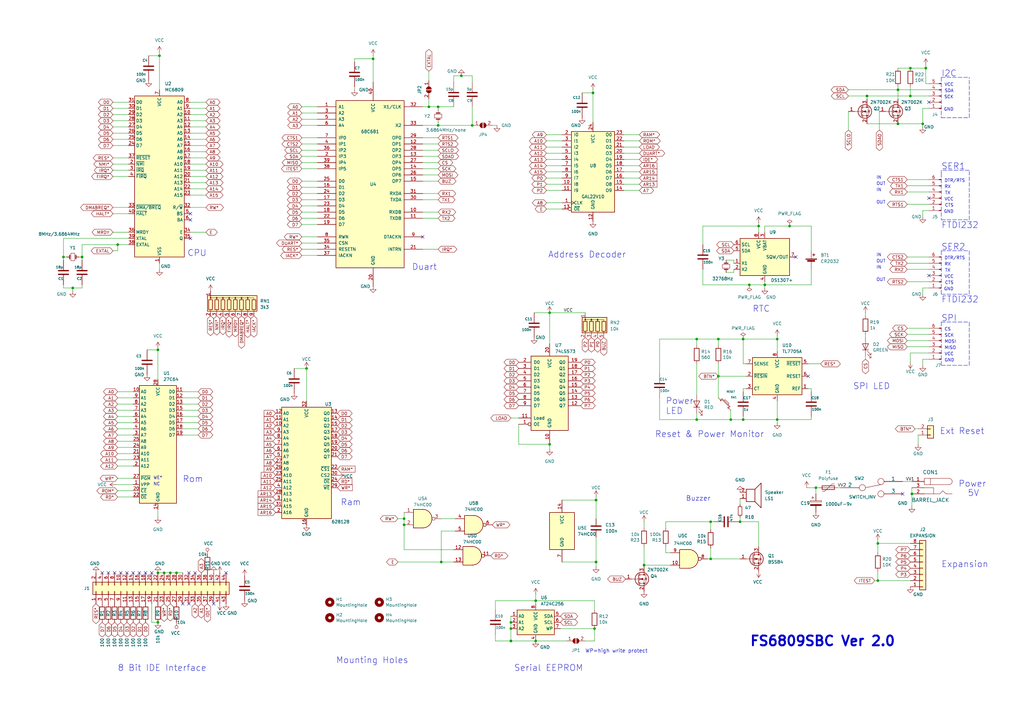
<source format=kicad_sch>
(kicad_sch (version 20231120) (generator "eeschema") (generator_version "8.0")
  (paper "A3")
  (junction (at 307.34 116.84))
  (junction (at 153.035 24.13))
  (junction (at 378.46 50.8))
  (junction (at 244.475 205.105))
  (junction (at 360.045 238.125))
  (junction (at 304.8 172.085))
  (junction (at 285.75 172.085))
  (junction (at 179.705 51.435))
  (junction (at 179.705 43.815))
  (junction (at 209.55 262.89))
  (junction (at 219.71 262.89))
  (junction (at 64.77 234.95))
  (junction (at 64.77 255.27))
  (junction (at 243.205 38.1))
  (junction (at 165.735 212.725))
  (junction (at 304.8 139.065))
  (junction (at 48.26 100.33))
  (junction (at 313.69 116.84))
  (junction (at 360.045 222.885))
  (junction (at 67.31 234.95))
  (junction (at 368.3 50.8))
  (junction (at 65.405 22.86))
  (junction (at 243.84 257.81))
  (junction (at 294.64 154.305))
  (junction (at 294.64 139.065))
  (junction (at 175.895 43.815))
  (junction (at 291.465 213.995))
  (junction (at 33.655 105.41))
  (junction (at 368.3 36.83))
  (junction (at 72.39 234.95))
  (junction (at 291.465 229.235))
  (junction (at 374.015 202.565))
  (junction (at 209.55 255.27))
  (junction (at 180.975 230.505))
  (junction (at 379.73 27.94))
  (junction (at 244.475 230.505))
  (junction (at 165.735 215.265))
  (junction (at 318.77 139.065))
  (junction (at 209.55 257.81))
  (junction (at 29.845 118.11))
  (junction (at 225.425 128.27))
  (junction (at 189.23 31.115))
  (junction (at 264.16 231.775))
  (junction (at 285.75 139.065))
  (junction (at 323.85 92.71))
  (junction (at 373.38 39.37))
  (junction (at 373.38 27.94))
  (junction (at 311.15 92.71))
  (junction (at 225.425 182.245))
  (junction (at 64.77 143.51))
  (junction (at 125.73 151.13))
  (junction (at 355.6 39.37))
  (junction (at 318.77 172.085))
  (junction (at 219.71 246.38))
  (junction (at 69.85 234.95))
  (junction (at 299.72 172.085))
  (junction (at 193.675 51.435))
  (junction (at 26.035 105.41))
  (junction (at 303.53 213.995))
  (junction (at 334.645 200.025))
  (no_connect (at 78.105 87.63))
  (no_connect (at 331.47 154.305))
  (no_connect (at 77.47 247.65))
  (no_connect (at 381 41.91))
  (no_connect (at 49.53 234.95))
  (no_connect (at 381 81.28))
  (no_connect (at 44.45 234.95))
  (no_connect (at 87.63 247.65))
  (no_connect (at 59.69 234.95))
  (no_connect (at 173.355 97.155))
  (no_connect (at 54.61 234.95))
  (no_connect (at 92.71 234.95))
  (no_connect (at 57.15 234.95))
  (no_connect (at 52.07 234.95))
  (no_connect (at 77.47 234.95))
  (no_connect (at 78.105 97.79))
  (no_connect (at 46.99 234.95))
  (no_connect (at 62.23 234.95))
  (no_connect (at 78.105 90.17))
  (no_connect (at 41.91 234.95))
  (no_connect (at 370.205 202.565))
  (no_connect (at 80.01 234.95))
  (no_connect (at 74.93 247.65))
  (no_connect (at 381 113.03))
  (no_connect (at 326.39 105.41))
  (wire (pts (xy 179.705 43.815) (xy 179.705 45.085)))
  (wire (pts (xy 343.535 200.025) (xy 344.805 200.025)))
  (wire (pts (xy 46.355 72.39) (xy 52.705 72.39)))
  (wire (pts (xy 243.84 246.38) (xy 219.71 246.38)))
  (wire (pts (xy 381 118.11) (xy 378.46 118.11)))
  (wire (pts (xy 52.705 54.61) (xy 46.355 54.61)))
  (wire (pts (xy 255.905 60.325) (xy 262.255 60.325)))
  (wire (pts (xy 244.475 203.835) (xy 244.475 205.105)))
  (wire (pts (xy 294.64 139.065) (xy 304.8 139.065)))
  (wire (pts (xy 130.175 61.595) (xy 123.825 61.595)))
  (wire (pts (xy 332.74 92.71) (xy 323.85 92.71)))
  (wire (pts (xy 123.825 43.815) (xy 130.175 43.815)))
  (wire (pts (xy 46.355 95.25) (xy 52.705 95.25)))
  (wire (pts (xy 130.175 66.675) (xy 123.825 66.675)))
  (wire (pts (xy 334.645 200.025) (xy 334.645 202.565)))
  (polyline (pts (xy 386.08 132.08) (xy 397.51 132.08)) (stroke (width 0) (type dash)))
  (wire (pts (xy 78.105 62.23) (xy 84.455 62.23)))
  (wire (pts (xy 78.105 49.53) (xy 84.455 49.53)))
  (wire (pts (xy 273.05 226.695) (xy 274.955 226.695)))
  (wire (pts (xy 379.73 27.94) (xy 373.38 27.94)))
  (wire (pts (xy 313.69 116.84) (xy 332.74 116.84)))
  (wire (pts (xy 381 142.24) (xy 372.11 142.24)))
  (wire (pts (xy 130.175 99.695) (xy 123.825 99.695)))
  (wire (pts (xy 186.055 225.425) (xy 165.735 225.425)))
  (wire (pts (xy 381 86.36) (xy 378.46 86.36)))
  (wire (pts (xy 78.105 77.47) (xy 84.455 77.47)))
  (wire (pts (xy 130.175 81.915) (xy 123.825 81.915)))
  (polyline (pts (xy 397.51 69.85) (xy 386.08 69.85)) (stroke (width 0) (type dash)))
  (wire (pts (xy 209.55 255.27) (xy 209.55 257.81)))
  (wire (pts (xy 153.035 22.86) (xy 153.035 24.13)))
  (wire (pts (xy 212.725 182.245) (xy 225.425 182.245)))
  (wire (pts (xy 173.355 89.535) (xy 179.705 89.535)))
  (wire (pts (xy 72.39 234.95) (xy 74.93 234.95)))
  (wire (pts (xy 32.385 105.41) (xy 33.655 105.41)))
  (wire (pts (xy 48.26 201.295) (xy 54.61 201.295)))
  (wire (pts (xy 372.11 73.66) (xy 381 73.66)))
  (wire (pts (xy 201.93 51.435) (xy 203.835 51.435)))
  (wire (pts (xy 64.77 142.875) (xy 64.77 143.51)))
  (wire (pts (xy 375.285 175.895) (xy 376.555 175.895)))
  (wire (pts (xy 130.175 56.515) (xy 123.825 56.515)))
  (wire (pts (xy 244.475 205.105) (xy 244.475 212.725)))
  (wire (pts (xy 303.53 204.47) (xy 303.53 207.01)))
  (wire (pts (xy 306.07 159.385) (xy 304.8 159.385)))
  (wire (pts (xy 54.61 183.515) (xy 48.26 183.515)))
  (wire (pts (xy 255.905 73.025) (xy 262.255 73.025)))
  (wire (pts (xy 230.505 67.945) (xy 224.155 67.945)))
  (wire (pts (xy 373.38 148.59) (xy 373.38 144.78)))
  (wire (pts (xy 33.655 100.33) (xy 33.655 105.41)))
  (wire (pts (xy 78.105 95.25) (xy 84.455 95.25)))
  (wire (pts (xy 255.905 65.405) (xy 262.255 65.405)))
  (wire (pts (xy 130.175 89.535) (xy 123.825 89.535)))
  (wire (pts (xy 368.3 36.83) (xy 381 36.83)))
  (wire (pts (xy 229.87 257.81) (xy 243.84 257.81)))
  (wire (pts (xy 360.045 238.125) (xy 373.38 238.125)))
  (wire (pts (xy 230.505 75.565) (xy 224.155 75.565)))
  (wire (pts (xy 290.195 229.235) (xy 291.465 229.235)))
  (wire (pts (xy 130.175 74.295) (xy 123.825 74.295)))
  (wire (pts (xy 360.045 222.885) (xy 373.38 222.885)))
  (wire (pts (xy 47.625 198.755) (xy 54.61 198.755)))
  (wire (pts (xy 173.355 102.235) (xy 179.705 102.235)))
  (wire (pts (xy 299.72 172.085) (xy 304.8 172.085)))
  (wire (pts (xy 54.61 196.215) (xy 48.26 196.215)))
  (wire (pts (xy 332.74 159.385) (xy 332.74 160.655)))
  (wire (pts (xy 332.74 170.815) (xy 332.74 172.085)))
  (wire (pts (xy 238.76 38.1) (xy 243.205 38.1)))
  (wire (pts (xy 54.61 191.135) (xy 48.26 191.135)))
  (wire (pts (xy 291.465 213.995) (xy 291.465 217.17)))
  (wire (pts (xy 334.645 200.025) (xy 330.835 200.025)))
  (wire (pts (xy 29.845 118.11) (xy 26.035 118.11)))
  (wire (pts (xy 165.735 210.185) (xy 165.735 212.725)))
  (wire (pts (xy 193.675 43.815) (xy 193.675 51.435)))
  (wire (pts (xy 306.07 149.225) (xy 304.8 149.225)))
  (wire (pts (xy 173.355 81.915) (xy 179.705 81.915)))
  (wire (pts (xy 230.505 230.505) (xy 244.475 230.505)))
  (wire (pts (xy 54.61 178.435) (xy 48.26 178.435)))
  (wire (pts (xy 173.355 71.755) (xy 179.705 71.755)))
  (wire (pts (xy 255.905 67.945) (xy 262.255 67.945)))
  (wire (pts (xy 285.75 141.605) (xy 285.75 139.065)))
  (wire (pts (xy 130.175 69.215) (xy 123.825 69.215)))
  (wire (pts (xy 381 139.7) (xy 372.11 139.7)))
  (wire (pts (xy 304.8 172.085) (xy 318.77 172.085)))
  (wire (pts (xy 65.405 107.95) (xy 65.405 110.49)))
  (wire (pts (xy 318.77 173.355) (xy 318.77 172.085)))
  (wire (pts (xy 145.415 25.4) (xy 145.415 24.13)))
  (wire (pts (xy 294.64 163.195) (xy 294.64 154.305)))
  (wire (pts (xy 78.105 54.61) (xy 84.455 54.61)))
  (wire (pts (xy 67.31 234.95) (xy 69.85 234.95)))
  (wire (pts (xy 378.46 149.86) (xy 378.46 147.32)))
  (wire (pts (xy 209.55 252.73) (xy 209.55 255.27)))
  (wire (pts (xy 381 44.45) (xy 378.46 44.45)))
  (polyline (pts (xy 397.51 48.26) (xy 397.51 31.75)) (stroke (width 0) (type dash)))
  (wire (pts (xy 243.84 262.89) (xy 243.84 257.81)))
  (wire (pts (xy 78.105 74.93) (xy 84.455 74.93)))
  (wire (pts (xy 355.6 39.37) (xy 373.38 39.37)))
  (wire (pts (xy 46.355 69.85) (xy 52.705 69.85)))
  (wire (pts (xy 74.93 175.895) (xy 81.28 175.895)))
  (wire (pts (xy 318.77 172.085) (xy 332.74 172.085)))
  (wire (pts (xy 193.675 51.435) (xy 194.31 51.435)))
  (wire (pts (xy 173.355 86.995) (xy 179.705 86.995)))
  (wire (pts (xy 212.725 173.99) (xy 212.725 182.245)))
  (wire (pts (xy 153.035 24.13) (xy 153.035 33.655)))
  (wire (pts (xy 173.355 59.055) (xy 179.705 59.055)))
  (wire (pts (xy 372.11 110.49) (xy 381 110.49)))
  (wire (pts (xy 33.655 118.11) (xy 33.655 116.84)))
  (wire (pts (xy 203.2 262.89) (xy 209.55 262.89)))
  (wire (pts (xy 173.355 43.815) (xy 175.895 43.815)))
  (wire (pts (xy 219.075 128.27) (xy 225.425 128.27)))
  (wire (pts (xy 60.325 143.51) (xy 64.77 143.51)))
  (wire (pts (xy 52.705 59.69) (xy 46.355 59.69)))
  (wire (pts (xy 130.175 86.995) (xy 123.825 86.995)))
  (wire (pts (xy 125.73 151.13) (xy 125.73 164.465)))
  (wire (pts (xy 180.975 217.805) (xy 186.69 217.805)))
  (wire (pts (xy 381 76.2) (xy 372.11 76.2)))
  (wire (pts (xy 331.47 149.225) (xy 336.55 149.225)))
  (wire (pts (xy 291.465 224.79) (xy 291.465 229.235)))
  (wire (pts (xy 270.51 172.085) (xy 285.75 172.085)))
  (wire (pts (xy 74.93 170.815) (xy 81.28 170.815)))
  (wire (pts (xy 230.505 55.245) (xy 224.155 55.245)))
  (wire (pts (xy 52.705 57.15) (xy 46.355 57.15)))
  (wire (pts (xy 26.035 105.41) (xy 26.035 106.68)))
  (wire (pts (xy 373.38 35.56) (xy 373.38 39.37)))
  (wire (pts (xy 175.895 43.815) (xy 179.705 43.815)))
  (wire (pts (xy 52.705 52.07) (xy 46.355 52.07)))
  (wire (pts (xy 255.905 78.105) (xy 262.255 78.105)))
  (wire (pts (xy 64.77 208.915) (xy 64.77 212.09)))
  (polyline (pts (xy 386.08 31.75) (xy 397.51 31.75)) (stroke (width 0) (type dash)))
  (wire (pts (xy 130.175 46.355) (xy 123.825 46.355)))
  (wire (pts (xy 230.505 73.025) (xy 224.155 73.025)))
  (wire (pts (xy 145.415 24.13) (xy 153.035 24.13)))
  (wire (pts (xy 180.975 230.505) (xy 180.975 217.805)))
  (wire (pts (xy 130.175 79.375) (xy 123.825 79.375)))
  (wire (pts (xy 225.425 182.245) (xy 225.425 184.15)))
  (wire (pts (xy 323.85 92.71) (xy 313.69 92.71)))
  (wire (pts (xy 175.895 29.21) (xy 175.895 33.02)))
  (wire (pts (xy 186.055 33.655) (xy 186.055 31.115)))
  (wire (pts (xy 313.69 116.84) (xy 313.69 115.57)))
  (wire (pts (xy 54.61 165.735) (xy 48.26 165.735)))
  (wire (pts (xy 360.045 222.885) (xy 360.045 226.695)))
  (wire (pts (xy 225.425 128.27) (xy 240.03 128.27)))
  (wire (pts (xy 378.46 50.8) (xy 378.46 52.07)))
  (wire (pts (xy 372.11 115.57) (xy 381 115.57)))
  (wire (pts (xy 360.68 45.72) (xy 360.68 53.34)))
  (wire (pts (xy 288.29 110.49) (xy 288.29 116.84)))
  (wire (pts (xy 304.8 159.385) (xy 304.8 160.655)))
  (wire (pts (xy 378.46 118.11) (xy 378.46 120.65)))
  (wire (pts (xy 78.105 69.85) (xy 84.455 69.85)))
  (wire (pts (xy 230.505 83.185) (xy 224.155 83.185)))
  (wire (pts (xy 285.75 149.225) (xy 285.75 161.925)))
  (wire (pts (xy 347.98 53.34) (xy 347.98 45.72)))
  (wire (pts (xy 311.15 92.71) (xy 311.15 95.25)))
  (wire (pts (xy 288.29 116.84) (xy 307.34 116.84)))
  (wire (pts (xy 370.205 197.485) (xy 374.015 197.485)))
  (wire (pts (xy 74.93 163.195) (xy 81.28 163.195)))
  (wire (pts (xy 255.905 55.245) (xy 262.255 55.245)))
  (wire (pts (xy 285.75 169.545) (xy 285.75 172.085)))
  (wire (pts (xy 130.175 59.055) (xy 123.825 59.055)))
  (wire (pts (xy 74.93 165.735) (xy 81.28 165.735)))
  (wire (pts (xy 300.99 106.68) (xy 300.99 107.95)))
  (wire (pts (xy 288.29 100.33) (xy 288.29 92.71)))
  (wire (pts (xy 52.705 46.99) (xy 46.355 46.99)))
  (wire (pts (xy 29.845 118.11) (xy 33.655 118.11)))
  (wire (pts (xy 48.26 102.87) (xy 48.26 100.33)))
  (wire (pts (xy 294.64 141.605) (xy 294.64 139.065)))
  (wire (pts (xy 297.815 111.76) (xy 300.99 111.76)))
  (wire (pts (xy 313.69 92.71) (xy 313.69 95.25)))
  (wire (pts (xy 230.505 60.325) (xy 224.155 60.325)))
  (wire (pts (xy 26.035 118.11) (xy 26.035 116.84)))
  (wire (pts (xy 78.105 67.31) (xy 84.455 67.31)))
  (wire (pts (xy 318.77 164.465) (xy 318.77 172.085)))
  (wire (pts (xy 46.355 67.31) (xy 52.705 67.31)))
  (wire (pts (xy 46.355 102.87) (xy 48.26 102.87)))
  (wire (pts (xy 33.655 105.41) (xy 33.655 106.68)))
  (wire (pts (xy 74.93 168.275) (xy 81.28 168.275)))
  (wire (pts (xy 78.105 57.15) (xy 84.455 57.15)))
  (wire (pts (xy 173.355 61.595) (xy 179.705 61.595)))
  (wire (pts (xy 62.23 255.27) (xy 64.77 255.27)))
  (wire (pts (xy 270.51 139.065) (xy 285.75 139.065)))
  (wire (pts (xy 304.8 149.225) (xy 304.8 139.065)))
  (wire (pts (xy 130.175 64.135) (xy 123.825 64.135)))
  (wire (pts (xy 302.895 213.995) (xy 303.53 213.995)))
  (wire (pts (xy 64.77 234.95) (xy 67.31 234.95)))
  (wire (pts (xy 374.015 202.565) (xy 374.015 207.645)))
  (wire (pts (xy 378.46 86.36) (xy 378.46 88.9)))
  (wire (pts (xy 304.8 170.815) (xy 304.8 172.085)))
  (wire (pts (xy 186.055 230.505) (xy 180.975 230.505)))
  (wire (pts (xy 347.98 36.83) (xy 368.3 36.83)))
  (wire (pts (xy 74.93 160.655) (xy 81.28 160.655)))
  (wire (pts (xy 46.355 64.77) (xy 52.705 64.77)))
  (wire (pts (xy 64.77 143.51) (xy 64.77 155.575)))
  (polyline (pts (xy 386.08 132.08) (xy 386.08 149.86)) (stroke (width 0) (type dash)))
  (wire (pts (xy 300.99 111.76) (xy 300.99 110.49)))
  (wire (pts (xy 373.38 144.78) (xy 381 144.78)))
  (wire (pts (xy 173.355 79.375) (xy 179.705 79.375)))
  (wire (pts (xy 332.74 110.49) (xy 332.74 116.84)))
  (wire (pts (xy 65.405 22.86) (xy 65.405 36.83)))
  (wire (pts (xy 379.73 27.94) (xy 379.73 34.29)))
  (wire (pts (xy 230.505 70.485) (xy 224.155 70.485)))
  (wire (pts (xy 358.775 238.125) (xy 360.045 238.125)))
  (wire (pts (xy 69.85 234.95) (xy 72.39 234.95)))
  (wire (pts (xy 294.64 154.305) (xy 306.07 154.305)))
  (wire (pts (xy 130.175 97.155) (xy 123.825 97.155)))
  (wire (pts (xy 203.2 260.35) (xy 203.2 262.89)))
  (wire (pts (xy 62.23 247.65) (xy 62.23 255.27)))
  (wire (pts (xy 318.77 137.795) (xy 318.77 139.065)))
  (wire (pts (xy 186.055 31.115) (xy 189.23 31.115)))
  (wire (pts (xy 52.705 49.53) (xy 46.355 49.53)))
  (wire (pts (xy 360.045 221.615) (xy 360.045 222.885)))
  (wire (pts (xy 78.105 44.45) (xy 84.455 44.45)))
  (wire (pts (xy 288.29 92.71) (xy 311.15 92.71)))
  (wire (pts (xy 78.105 46.99) (xy 84.455 46.99)))
  (wire (pts (xy 368.3 40.64) (xy 368.3 36.83)))
  (wire (pts (xy 54.61 203.835) (xy 48.26 203.835)))
  (wire (pts (xy 78.105 80.01) (xy 84.455 80.01)))
  (wire (pts (xy 374.015 200.025) (xy 374.015 202.565)))
  (wire (pts (xy 381 137.16) (xy 372.11 137.16)))
  (polyline (pts (xy 386.08 71.12) (xy 386.08 90.17)) (stroke (width 0) (type dash)))
  (wire (pts (xy 243.205 36.83) (xy 243.205 38.1)))
  (wire (pts (xy 230.505 62.865) (xy 224.155 62.865)))
  (wire (pts (xy 209.55 171.45) (xy 212.725 171.45)))
  (wire (pts (xy 255.905 62.865) (xy 262.255 62.865)))
  (wire (pts (xy 311.15 213.995) (xy 303.53 213.995)))
  (wire (pts (xy 230.505 205.105) (xy 244.475 205.105)))
  (wire (pts (xy 179.705 43.815) (xy 186.055 43.815)))
  (wire (pts (xy 273.05 213.995) (xy 291.465 213.995)))
  (wire (pts (xy 335.915 200.025) (xy 334.645 200.025)))
  (wire (pts (xy 303.53 212.09) (xy 303.53 213.995)))
  (wire (pts (xy 219.71 243.84) (xy 219.71 246.38)))
  (wire (pts (xy 54.61 163.195) (xy 48.26 163.195)))
  (wire (pts (xy 243.205 38.1) (xy 243.205 50.165)))
  (wire (pts (xy 379.73 26.67) (xy 379.73 27.94)))
  (wire (pts (xy 307.34 116.84) (xy 313.69 116.84)))
  (polyline (pts (xy 386.08 69.85) (xy 386.08 71.12)) (stroke (width 0) (type dash)))
  (wire (pts (xy 274.955 231.775) (xy 264.16 231.775)))
  (wire (pts (xy 368.3 35.56) (xy 368.3 36.83)))
  (wire (pts (xy 354.965 128.27) (xy 354.965 129.54)))
  (polyline (pts (xy 397.51 149.86) (xy 397.51 132.08)) (stroke (width 0) (type dash)))
  (wire (pts (xy 311.15 91.44) (xy 311.15 92.71)))
  (wire (pts (xy 60.96 22.86) (xy 65.405 22.86)))
  (wire (pts (xy 130.175 51.435) (xy 123.825 51.435)))
  (wire (pts (xy 193.675 31.115) (xy 189.23 31.115)))
  (wire (pts (xy 381 107.95) (xy 372.11 107.95)))
  (wire (pts (xy 173.355 74.295) (xy 179.705 74.295)))
  (wire (pts (xy 173.355 69.215) (xy 179.705 69.215)))
  (wire (pts (xy 163.195 230.505) (xy 180.975 230.505)))
  (wire (pts (xy 54.61 160.655) (xy 48.26 160.655)))
  (wire (pts (xy 209.55 262.89) (xy 209.55 257.81)))
  (wire (pts (xy 193.675 51.435) (xy 179.705 51.435)))
  (wire (pts (xy 243.84 250.19) (xy 243.84 246.38)))
  (wire (pts (xy 225.425 182.245) (xy 225.425 181.61)))
  (wire (pts (xy 378.46 147.32) (xy 381 147.32)))
  (wire (pts (xy 368.3 27.94) (xy 373.38 27.94)))
  (wire (pts (xy 244.475 220.345) (xy 244.475 230.505)))
  (wire (pts (xy 230.505 78.105) (xy 224.155 78.105)))
  (wire (pts (xy 230.505 65.405) (xy 224.155 65.405)))
  (wire (pts (xy 264.16 224.155) (xy 264.16 231.775)))
  (wire (pts (xy 299.72 168.275) (xy 299.72 172.085)))
  (wire (pts (xy 255.905 70.485) (xy 262.255 70.485)))
  (wire (pts (xy 285.75 172.085) (xy 299.72 172.085)))
  (wire (pts (xy 381 39.37) (xy 373.38 39.37)))
  (wire (pts (xy 26.035 97.79) (xy 26.035 105.41)))
  (wire (pts (xy 120.65 151.13) (xy 125.73 151.13)))
  (wire (pts (xy 78.105 72.39) (xy 84.455 72.39)))
  (wire (pts (xy 379.73 34.29) (xy 381 34.29)))
  (wire (pts (xy 74.93 178.435) (xy 81.28 178.435)))
  (wire (pts (xy 48.26 100.33) (xy 52.705 100.33)))
  (wire (pts (xy 255.905 57.785) (xy 262.255 57.785)))
  (wire (pts (xy 311.15 224.155) (xy 311.15 213.995)))
  (wire (pts (xy 264.16 231.775) (xy 264.16 232.41)))
  (wire (pts (xy 372.11 83.82) (xy 381 83.82)))
  (wire (pts (xy 273.05 224.155) (xy 273.05 226.695)))
  (wire (pts (xy 294.64 149.225) (xy 294.64 154.305)))
  (wire (pts (xy 54.61 180.975) (xy 48.26 180.975)))
  (polyline (pts (xy 386.08 90.17) (xy 397.51 90.17)) (stroke (width 0) (type dash)))
  (wire (pts (xy 29.845 119.38) (xy 29.845 118.11)))
  (wire (pts (xy 318.77 139.065) (xy 318.77 144.145)))
  (polyline (pts (xy 386.08 102.87) (xy 397.51 102.87)) (stroke (width 0) (type dash)))
  (wire (pts (xy 33.655 100.33) (xy 48.26 100.33)))
  (wire (pts (xy 26.035 97.79) (xy 52.705 97.79)))
  (wire (pts (xy 180.975 212.725) (xy 186.69 212.725)))
  (wire (pts (xy 46.355 87.63) (xy 52.705 87.63)))
  (wire (pts (xy 378.46 44.45) (xy 378.46 50.8)))
  (wire (pts (xy 130.175 76.835) (xy 123.825 76.835)))
  (wire (pts (xy 224.155 85.725) (xy 230.505 85.725)))
  (wire (pts (xy 65.405 21.59) (xy 65.405 22.86)))
  (wire (pts (xy 372.11 105.41) (xy 381 105.41)))
  (wire (pts (xy 78.105 85.09) (xy 84.455 85.09)))
  (wire (pts (xy 130.175 92.075) (xy 123.825 92.075)))
  (wire (pts (xy 376.555 178.435) (xy 376.555 182.245)))
  (wire (pts (xy 360.045 234.315) (xy 360.045 238.125)))
  (wire (pts (xy 173.355 56.515) (xy 179.705 56.515)))
  (wire (pts (xy 354.965 146.05) (xy 354.965 147.32)))
  (wire (pts (xy 175.895 40.64) (xy 175.895 43.815)))
  (wire (pts (xy 26.035 105.41) (xy 27.305 105.41)))
  (wire (pts (xy 173.355 64.135) (xy 179.705 64.135)))
  (wire (pts (xy 264.16 213.995) (xy 264.16 216.535)))
  (wire (pts (xy 332.74 92.71) (xy 332.74 102.87)))
  (polyline (pts (xy 386.08 120.65) (xy 397.51 120.65)) (stroke (width 0) (type dash)))
  (wire (pts (xy 130.175 48.895) (xy 123.825 48.895)))
  (polyline (pts (xy 386.08 149.86) (xy 397.51 149.86)) (stroke (width 0) (type dash)))
  (wire (pts (xy 123.825 104.775) (xy 130.175 104.775)))
  (wire (pts (xy 381 134.62) (xy 372.11 134.62)))
  (wire (pts (xy 78.105 41.91) (xy 84.455 41.91)))
  (wire (pts (xy 165.735 212.725) (xy 165.735 215.265)))
  (wire (pts (xy 52.705 41.91) (xy 46.355 41.91)))
  (wire (pts (xy 297.815 106.68) (xy 300.99 106.68)))
  (polyline (pts (xy 397.51 120.65) (xy 397.51 102.87)) (stroke (width 0) (type dash)))
  (wire (pts (xy 273.05 213.995) (xy 273.05 216.535)))
  (wire (pts (xy 331.47 159.385) (xy 332.74 159.385)))
  (wire (pts (xy 313.69 118.11) (xy 313.69 116.84)))
  (wire (pts (xy 270.51 153.035) (xy 270.51 139.065)))
  (wire (pts (xy 203.2 250.19) (xy 203.2 246.38)))
  (wire (pts (xy 285.75 139.065) (xy 294.64 139.065)))
  (wire (pts (xy 78.105 64.77) (xy 84.455 64.77)))
  (wire (pts (xy 225.425 140.97) (xy 225.425 128.27)))
  (wire (pts (xy 130.175 84.455) (xy 123.825 84.455)))
  (wire (pts (xy 145.415 36.83) (xy 145.415 35.56)))
  (wire (pts (xy 78.105 52.07) (xy 84.455 52.07)))
  (wire (pts (xy 355.6 40.64) (xy 355.6 39.37)))
  (wire (pts (xy 179.705 51.435) (xy 179.705 50.165)))
  (wire (pts (xy 163.195 212.725) (xy 165.735 212.725)))
  (wire (pts (xy 52.705 44.45) (xy 46.355 44.45)))
  (polyline (pts (xy 386.08 48.26) (xy 397.51 48.26)) (stroke (width 0) (type dash)))
  (wire (pts (xy 54.61 170.815) (xy 48.26 170.815)))
  (polyline (pts (xy 386.08 31.75) (xy 386.08 48.26)) (stroke (width 0) (type dash)))
  (wire (pts (xy 78.105 59.69) (xy 84.455 59.69)))
  (wire (pts (xy 244.475 230.505) (xy 244.475 232.41)))
  (wire (pts (xy 130.175 102.235) (xy 123.825 102.235)))
  (wire (pts (xy 270.51 163.195) (xy 270.51 172.085)))
  (wire (pts (xy 368.3 50.8) (xy 378.46 50.8)))
  (wire (pts (xy 304.8 139.065) (xy 318.77 139.065)))
  (wire (pts (xy 54.61 175.895) (xy 48.26 175.895)))
  (wire (pts (xy 54.61 186.055) (xy 48.26 186.055)))
  (wire (pts (xy 230.505 57.785) (xy 224.155 57.785)))
  (wire (pts (xy 203.2 246.38) (xy 219.71 246.38)))
  (wire (pts (xy 291.465 213.995) (xy 292.735 213.995)))
  (wire (pts (xy 347.98 39.37) (xy 355.6 39.37)))
  (wire (pts (xy 193.675 33.655) (xy 193.675 31.115)))
  (wire (pts (xy 240.03 262.89) (xy 243.84 262.89)))
  (polyline (pts (xy 386.08 102.87) (xy 386.08 120.65)) (stroke (width 0) (type dash)))
  (wire (pts (xy 355.6 50.8) (xy 368.3 50.8)))
  (wire (pts (xy 54.61 168.275) (xy 48.26 168.275)))
  (wire (pts (xy 54.61 188.595) (xy 48.26 188.595)))
  (wire (pts (xy 173.355 66.675) (xy 179.705 66.675)))
  (polyline (pts (xy 397.51 90.17) (xy 397.51 69.85)) (stroke (width 0) (type dash)))
  (wire (pts (xy 54.61 173.355) (xy 48.26 173.355)))
  (wire (pts (xy 74.93 173.355) (xy 81.28 173.355)))
  (wire (pts (xy 46.355 85.09) (xy 52.705 85.09)))
  (wire (pts (xy 165.735 225.425) (xy 165.735 215.265)))
  (wire (pts (xy 354.965 137.16) (xy 354.965 138.43)))
  (wire (pts (xy 291.465 229.235) (xy 303.53 229.235)))
  (wire (pts (xy 372.11 78.74) (xy 381 78.74)))
  (wire (pts (xy 173.355 51.435) (xy 179.705 51.435)))
  (wire (pts (xy 219.71 262.89) (xy 209.55 262.89)))
  (wire (pts (xy 255.905 75.565) (xy 262.255 75.565)))
  (wire (pts (xy 219.71 246.38) (xy 219.71 247.65)))
  (wire (pts (xy 219.71 262.89) (xy 232.41 262.89)))
  (text "Duart" (at 168.91 111.125 0) (effects (font (size 2.54 2.54)) (justify left bottom)))
  (text "CTS" (at 391.16 116.84 0) (effects (font (size 1.27 1.27)) (justify right bottom)))
  (text "Ext Reset" (at 385.445 178.435 0) (effects (font (size 2.54 2.54)) (justify left bottom)))
  (text "VCC" (at 391.16 82.55 0) (effects (font (size 1.27 1.27)) (justify right bottom)))
  (text "NC" (at 62.865 199.39 0) (effects (font (size 1.27 1.27)) (justify left bottom)))
  (text "OUT" (at 359.41 107.95 0) (effects (font (size 1.27 1.27)) (justify left bottom)))
  (text "OUT" (at 359.41 76.2 0) (effects (font (size 1.27 1.27)) (justify left bottom)))
  (text "GND" (at 391.16 119.38 0) (effects (font (size 1.27 1.27)) (justify right bottom)))
  (text "GND" (at 391.16 87.63 0) (effects (font (size 1.27 1.27)) (justify right bottom)))
  (text "Reset & Power Monitor" (at 268.605 179.705 0) (effects (font (size 2.54 2.54)) (justify left bottom)))
  (text "CS" (at 387.35 135.89 0) (effects (font (size 1.27 1.27)) (justify left bottom)))
  (text "CPU" (at 76.835 105.41 0) (effects (font (size 2.54 2.54)) (justify left bottom)))
  (text "I2C" (at 386.08 31.75 0) (effects (font (size 2.54 2.54)) (justify left bottom)))
  (text "Buzzer" (at 281.305 205.74 0) (effects (font (size 2 2)) (justify left bottom)))
  (text "MOSI" (at 387.35 140.97 0) (effects (font (size 1.27 1.27)) (justify left bottom)))
  (text "SCK" (at 387.35 138.43 0) (effects (font (size 1.27 1.27)) (justify left bottom)))
  (text "VCC" (at 391.16 35.56 0) (effects (font (size 1.27 1.27)) (justify right bottom)))
  (text "Mounting Holes" (at 137.795 272.415 0) (effects (font (size 2.54 2.54)) (justify left bottom)))
  (text "Expansion" (at 386.08 233.045 0) (effects (font (size 2.54 2.54)) (justify left bottom)))
  (text "Ram" (at 139.7 207.645 0) (effects (font (size 2.54 2.54)) (justify left bottom)))
  (text "Address Decoder" (at 224.79 106.045 0) (effects (font (size 2.54 2.54)) (justify left bottom)))
  (text "TX" (at 389.89 111.76 0) (effects (font (size 1.27 1.27)) (justify right bottom)))
  (text "SDA" (at 391.16 38.1 0) (effects (font (size 1.27 1.27)) (justify right bottom)))
  (text "DTR/RTS" (at 387.35 106.68 0) (effects (font (size 1.27 1.27)) (justify left bottom)))
  (text "SER2" (at 386.08 102.87 0) (effects (font (size 2.54 2.54)) (justify left bottom)))
  (text "Power\nLED" (at 273.05 170.18 0) (effects (font (size 2.54 2.54)) (justify left bottom)))
  (text "Serial EEPROM" (at 210.82 275.59 0) (effects (font (size 2.54 2.54)) (justify left bottom)))
  (text "IN" (at 359.41 78.74 0) (effects (font (size 1.27 1.27)) (justify left bottom)))
  (text "GND" (at 387.35 148.59 0) (effects (font (size 1.27 1.27)) (justify left bottom)))
  (text "GND" (at 391.16 45.72 0) (effects (font (size 1.27 1.27)) (justify right bottom)))
  (text "MISO" (at 387.35 143.51 0) (effects (font (size 1.27 1.27)) (justify left bottom)))
  (text "CTS" (at 391.16 85.09 0) (effects (font (size 1.27 1.27)) (justify right bottom)))
  (text "SPI LED" (at 349.885 160.02 0) (effects (font (size 2.54 2.54)) (justify left bottom)))
  (text "Rom" (at 74.93 198.12 0) (effects (font (size 2.54 2.54)) (justify left bottom)))
  (text "VCC" (at 387.35 146.05 0) (effects (font (size 1.27 1.27)) (justify left bottom)))
  (text "8 Bit IDE Interface" (at 48.26 275.59 0) (effects (font (size 2.54 2.54)) (justify left bottom)))
  (text "WP=high write protect" (at 240.03 267.97 0) (effects (font (size 1.5 1.5)) (justify left bottom)))
  (text "RX" (at 387.35 109.22 0) (effects (font (size 1.27 1.27)) (justify left bottom)))
  (text "Power" (at 393.065 200.025 0) (effects (font (size 2.54 2.54)) (justify left bottom)))
  (text "IN" (at 359.41 105.41 0) (effects (font (size 1.27 1.27)) (justify left bottom)))
  (text "DTR/RTS" (at 387.35 74.93 0) (effects (font (size 1.27 1.27)) (justify left bottom)))
  (text "OUT" (at 363.22 115.57 0) (effects (font (size 1.27 1.27)) (justify right bottom)))
  (text "OUT" (at 363.22 83.82 0) (effects (font (size 1.27 1.27)) (justify right bottom)))
  (text "5V" (at 396.875 203.835 0) (effects (font (size 2.54 2.54)) (justify left bottom)))
  (text "IN" (at 359.41 110.49 0) (effects (font (size 1.27 1.27)) (justify left bottom)))
  (text "IN" (at 359.41 73.66 0) (effects (font (size 1.27 1.27)) (justify left bottom)))
  (text "WE*" (at 62.865 196.85 0) (effects (font (size 1.27 1.27)) (justify left bottom)))
  (text "FTDI232" (at 386.08 93.98 0) (effects (font (size 2.54 2.54)) (justify left bottom)))
  (text "SCK" (at 391.16 40.64 0) (effects (font (size 1.27 1.27)) (justify right bottom)))
  (text "RX" (at 387.35 77.47 0) (effects (font (size 1.27 1.27)) (justify left bottom)))
  (text "SER1" (at 386.08 69.85 0) (effects (font (size 2.54 2.54)) (justify left bottom)))
  (text "SPI" (at 386.08 132.08 0) (effects (font (size 2.54 2.54)) (justify left bottom)))
  (text "FS6809SBC Ver 2.0" (at 307.34 265.43 0) (effects (font (size 3.9878 3.9878) (thickness 0.7976) (bold yes)) (justify left bottom)))
  (text "VCC" (at 391.16 114.3 0) (effects (font (size 1.27 1.27)) (justify right bottom)))
  (text "RTC" (at 308.61 128.27 0) (effects (font (size 2.54 2.54)) (justify left bottom)))
  (text "FTDI232" (at 386.08 124.46 0) (effects (font (size 2.54 2.54)) (justify left bottom)))
  (text "TX" (at 389.89 80.01 0) (effects (font (size 1.27 1.27)) (justify right bottom)))
  (label "VCC" (at 231.14 128.27 0))
  (label "VV2" (at 343.535 200.025 0))
  (label "VV1" (at 371.475 197.485 0))
  (global_label "D7" (shape bidirectional) (at 138.43 187.325 0) (property "Intersheetrefs" "${INTERSHEET_REFS}" (effects (hide yes))))
  (global_label "P6" (shape bidirectional) (at 373.38 227.965 180) (property "Intersheetrefs" "${INTERSHEET_REFS}" (effects (hide yes))))
  (global_label "BUZ" (shape bidirectional) (at 247.65 138.43 270) (property "Intersheetrefs" "${INTERSHEET_REFS}" (effects (hide yes))))
  (global_label "HALT*" (shape bidirectional) (at 101.6 129.54 270) (property "Intersheetrefs" "${INTERSHEET_REFS}" (effects (hide yes))))
  (global_label "BTN*" (shape bidirectional) (at 294.64 154.305 180) (property "Intersheetrefs" "${INTERSHEET_REFS}" (effects (hide yes))))
  (global_label "A1" (shape bidirectional) (at 123.825 46.355 180) (property "Intersheetrefs" "${INTERSHEET_REFS}" (effects (hide yes))))
  (global_label "RX2" (shape bidirectional) (at 179.705 86.995 0) (property "Intersheetrefs" "${INTERSHEET_REFS}" (effects (hide yes))))
  (global_label "RTS1" (shape bidirectional) (at 372.11 83.82 180) (property "Intersheetrefs" "${INTERSHEET_REFS}" (effects (hide yes))))
  (global_label "P3" (shape bidirectional) (at 373.38 235.585 180) (property "Intersheetrefs" "${INTERSHEET_REFS}" (effects (hide yes))))
  (global_label "MISO" (shape bidirectional) (at 372.11 142.24 180) (property "Intersheetrefs" "${INTERSHEET_REFS}" (effects (hide yes))))
  (global_label "A11" (shape bidirectional) (at 84.455 69.85 0) (property "Intersheetrefs" "${INTERSHEET_REFS}" (effects (hide yes))))
  (global_label "SCLO" (shape bidirectional) (at 347.98 53.34 270) (property "Intersheetrefs" "${INTERSHEET_REFS}" (effects (hide yes))))
  (global_label "TX1" (shape bidirectional) (at 179.705 81.915 0) (property "Intersheetrefs" "${INTERSHEET_REFS}" (effects (hide yes))))
  (global_label "ITEST" (shape bidirectional) (at 123.825 69.215 180) (property "Intersheetrefs" "${INTERSHEET_REFS}" (effects (hide yes))))
  (global_label "BTN*" (shape bidirectional) (at 375.285 175.895 180) (property "Intersheetrefs" "${INTERSHEET_REFS}" (effects (hide yes))))
  (global_label "E" (shape bidirectional) (at 84.455 95.25 0) (property "Intersheetrefs" "${INTERSHEET_REFS}" (effects (hide yes))))
  (global_label "A4" (shape input) (at 113.03 179.705 180) (property "Intersheetrefs" "${INTERSHEET_REFS}" (effects (hide yes))))
  (global_label "RW*" (shape bidirectional) (at 123.825 97.155 180) (property "Intersheetrefs" "${INTERSHEET_REFS}" (effects (hide yes))))
  (global_label "P2" (shape bidirectional) (at 240.03 138.43 270) (property "Intersheetrefs" "${INTERSHEET_REFS}" (effects (hide yes))))
  (global_label "IACK*" (shape bidirectional) (at 123.825 104.775 180) (property "Intersheetrefs" "${INTERSHEET_REFS}" (effects (hide yes))))
  (global_label "P4" (shape bidirectional) (at 373.38 233.045 180) (property "Intersheetrefs" "${INTERSHEET_REFS}" (effects (hide yes))))
  (global_label "AR13" (shape input) (at 262.255 75.565 0) (property "Intersheetrefs" "${INTERSHEET_REFS}" (effects (hide yes))))
  (global_label "A10" (shape bidirectional) (at 48.26 186.055 180) (property "Intersheetrefs" "${INTERSHEET_REFS}" (effects (hide yes))))
  (global_label "CS" (shape bidirectional) (at 372.11 134.62 180) (property "Intersheetrefs" "${INTERSHEET_REFS}" (effects (hide yes))))
  (global_label "D2" (shape bidirectional) (at 81.28 165.735 0) (property "Intersheetrefs" "${INTERSHEET_REFS}" (effects (hide yes))))
  (global_label "EXTAL" (shape bidirectional) (at 175.895 29.21 90) (property "Intersheetrefs" "${INTERSHEET_REFS}" (effects (hide yes))))
  (global_label "A0" (shape bidirectional) (at 84.455 41.91 0) (property "Intersheetrefs" "${INTERSHEET_REFS}" (effects (hide yes))))
  (global_label "A4" (shape bidirectional) (at 48.26 170.815 180) (property "Intersheetrefs" "${INTERSHEET_REFS}" (effects (hide yes))))
  (global_label "AR15" (shape input) (at 262.255 70.485 0) (property "Intersheetrefs" "${INTERSHEET_REFS}" (effects (hide yes))))
  (global_label "D7" (shape bidirectional) (at 46.355 59.69 180) (property "Intersheetrefs" "${INTERSHEET_REFS}" (effects (hide yes))))
  (global_label "D4" (shape bidirectional) (at 46.355 52.07 180) (property "Intersheetrefs" "${INTERSHEET_REFS}" (effects (hide yes))))
  (global_label "RES*" (shape bidirectional) (at 86.36 129.54 270) (property "Intersheetrefs" "${INTERSHEET_REFS}" (effects (hide yes))))
  (global_label "D6" (shape bidirectional) (at 138.43 184.785 0) (property "Intersheetrefs" "${INTERSHEET_REFS}" (effects (hide yes))))
  (global_label "A12" (shape bidirectional) (at 84.455 72.39 0) (property "Intersheetrefs" "${INTERSHEET_REFS}" (effects (hide yes))))
  (global_label "D0" (shape bidirectional) (at 46.355 41.91 180) (property "Intersheetrefs" "${INTERSHEET_REFS}" (effects (hide yes))))
  (global_label "D1" (shape bidirectional) (at 81.28 163.195 0) (property "Intersheetrefs" "${INTERSHEET_REFS}" (effects (hide yes))))
  (global_label "D1" (shape bidirectional) (at 138.43 172.085 0) (property "Intersheetrefs" "${INTERSHEET_REFS}" (effects (hide yes))))
  (global_label "FIRQ*" (shape bidirectional) (at 93.98 129.54 270) (property "Intersheetrefs" "${INTERSHEET_REFS}" (effects (hide yes))))
  (global_label "A13" (shape bidirectional) (at 84.455 74.93 0) (property "Intersheetrefs" "${INTERSHEET_REFS}" (effects (hide yes))))
  (global_label "D2" (shape bidirectional) (at 123.825 79.375 180) (property "Intersheetrefs" "${INTERSHEET_REFS}" (effects (hide yes))))
  (global_label "RD*" (shape bidirectional) (at 48.26 203.835 180) (property "Intersheetrefs" "${INTERSHEET_REFS}" (effects (hide yes))))
  (global_label "A6" (shape bidirectional) (at 48.26 175.895 180) (property "Intersheetrefs" "${INTERSHEET_REFS}" (effects (hide yes))))
  (global_label "IDE*" (shape bidirectional) (at 85.09 247.65 270) (property "Intersheetrefs" "${INTERSHEET_REFS}" (effects (hide yes))))
  (global_label "A5" (shape input) (at 113.03 182.245 180) (property "Intersheetrefs" "${INTERSHEET_REFS}" (effects (hide yes))))
  (global_label "A5" (shape bidirectional) (at 48.26 173.355 180) (property "Intersheetrefs" "${INTERSHEET_REFS}" (effects (hide yes))))
  (global_label "RTS1" (shape bidirectional) (at 179.705 56.515 0) (property "Intersheetrefs" "${INTERSHEET_REFS}" (effects (hide yes))))
  (global_label "D6" (shape bidirectional) (at 46.355 57.15 180) (property "Intersheetrefs" "${INTERSHEET_REFS}" (effects (hide yes))))
  (global_label "RX1" (shape bidirectional) (at 179.705 79.375 0) (property "Intersheetrefs" "${INTERSHEET_REFS}" (effects (hide yes))))
  (global_label "A9" (shape bidirectional) (at 224.155 55.245 180) (property "Intersheetrefs" "${INTERSHEET_REFS}" (effects (hide yes))))
  (global_label "D6" (shape bidirectional) (at 212.725 163.83 180) (property "Intersheetrefs" "${INTERSHEET_REFS}" (effects (hide yes))))
  (global_label "D5" (shape bidirectional) (at 123.825 86.995 180) (property "Intersheetrefs" "${INTERSHEET_REFS}" (effects (hide yes))))
  (global_label "D0" (shape bidirectional) (at 59.69 255.27 270) (property "Intersheetrefs" "${INTERSHEET_REFS}" (effects (hide yes))))
  (global_label "CTS2" (shape bidirectional) (at 372.11 105.41 180) (property "Intersheetrefs" "${INTERSHEET_REFS}" (effects (hide yes))))
  (global_label "DMABREQ*" (shape bidirectional) (at 99.06 129.54 270) (property "Intersheetrefs" "${INTERSHEET_REFS}" (effects (hide yes))))
  (global_label "D6" (shape bidirectional) (at 44.45 255.27 270) (property "Intersheetrefs" "${INTERSHEET_REFS}" (effects (hide yes))))
  (global_label "A10" (shape bidirectional) (at 224.155 57.785 180) (property "Intersheetrefs" "${INTERSHEET_REFS}" (effects (hide yes))))
  (global_label "D6" (shape bidirectional) (at 81.28 175.895 0) (property "Intersheetrefs" "${INTERSHEET_REFS}" (effects (hide yes))))
  (global_label "P7" (shape bidirectional) (at 373.38 225.425 180) (property "Intersheetrefs" "${INTERSHEET_REFS}" (effects (hide yes))))
  (global_label "SDAO" (shape bidirectional) (at 360.68 53.34 270) (property "Intersheetrefs" "${INTERSHEET_REFS}" (effects (hide yes))))
  (global_label "A2" (shape bidirectional) (at 48.26 165.735 180) (property "Intersheetrefs" "${INTERSHEET_REFS}" (effects (hide yes))))
  (global_label "SCL" (shape bidirectional) (at 123.825 61.595 180) (property "Intersheetrefs" "${INTERSHEET_REFS}" (effects (hide yes))))
  (global_label "D3" (shape bidirectional) (at 46.355 49.53 180) (property "Intersheetrefs" "${INTERSHEET_REFS}" (effects (hide yes))))
  (global_label "RES*" (shape bidirectional) (at 39.37 247.65 270) (property "Intersheetrefs" "${INTERSHEET_REFS}" (effects (hide yes))))
  (global_label "A9" (shape bidirectional) (at 84.455 64.77 0) (property "Intersheetrefs" "${INTERSHEET_REFS}" (effects (hide yes))))
  (global_label "AR16" (shape input) (at 113.03 210.185 180) (property "Intersheetrefs" "${INTERSHEET_REFS}" (effects (hide yes))))
  (global_label "ITEST" (shape bidirectional) (at 358.775 238.125 180) (property "Intersheetrefs" "${INTERSHEET_REFS}" (effects (hide yes))))
  (global_label "D6" (shape bidirectional) (at 123.825 89.535 180) (property "Intersheetrefs" "${INTERSHEET_REFS}" (effects (hide yes))))
  (global_label "TX2" (shape bidirectional) (at 372.11 107.95 180) (property "Intersheetrefs" "${INTERSHEET_REFS}" (effects (hide yes))))
  (global_label "AR16" (shape input) (at 262.255 67.945 0) (property "Intersheetrefs" "${INTERSHEET_REFS}" (effects (hide yes))))
  (global_label "WR*" (shape input) (at 138.43 200.025 0) (property "Intersheetrefs" "${INTERSHEET_REFS}" (effects (hide yes))))
  (global_label "P1" (shape bidirectional) (at 238.125 151.13 0) (property "Intersheetrefs" "${INTERSHEET_REFS}" (effects (hide yes))))
  (global_label "SDA" (shape bidirectional) (at 347.98 36.83 180) (property "Intersheetrefs" "${INTERSHEET_REFS}" (effects (hide yes))))
  (global_label "SDA" (shape bidirectional) (at 123.825 64.135 180) (property "Intersheetrefs" "${INTERSHEET_REFS}" (effects (hide yes))))
  (global_label "D4" (shape bidirectional) (at 81.28 170.815 0) (property "Intersheetrefs" "${INTERSHEET_REFS}" (effects (hide yes))))
  (global_label "P2" (shape bidirectional) (at 224.155 78.105 180) (property "Intersheetrefs" "${INTERSHEET_REFS}" (effects (hide yes))))
  (global_label "D4" (shape bidirectional) (at 123.825 84.455 180) (property "Intersheetrefs" "${INTERSHEET_REFS}" (effects (hide yes))))
  (global_label "A11" (shape input) (at 113.03 197.485 180) (property "Intersheetrefs" "${INTERSHEET_REFS}" (effects (hide yes))))
  (global_label "RX1" (shape bidirectional) (at 372.11 78.74 180) (property "Intersheetrefs" "${INTERSHEET_REFS}" (effects (hide yes))))
  (global_label "RW*" (shape bidirectional) (at 84.455 85.09 0) (property "Intersheetrefs" "${INTERSHEET_REFS}" (effects (hide yes))))
  (global_label "A7" (shape bidirectional) (at 48.26 178.435 180) (property "Intersheetrefs" "${INTERSHEET_REFS}" (effects (hide yes))))
  (global_label "D1" (shape bidirectional) (at 57.15 255.27 270) (property "Intersheetrefs" "${INTERSHEET_REFS}" (effects (hide yes))))
  (global_label "RD*" (shape input) (at 138.43 197.485 0) (property "Intersheetrefs" "${INTERSHEET_REFS}" (effects (hide yes))))
  (global_label "D5" (shape bidirectional) (at 212.725 161.29 180) (property "Intersheetrefs" "${INTERSHEET_REFS}" (effects (hide yes))))
  (global_label "A7" (shape input) (at 113.03 187.325 180) (property "Intersheetrefs" "${INTERSHEET_REFS}" (effects (hide yes))))
  (global_label "A6" (shape bidirectional) (at 84.455 57.15 0) (property "Intersheetrefs" "${INTERSHEET_REFS}" (effects (hide yes))))
  (global_label "IRQ*" (shape bidirectional) (at 46.355 69.85 180) (property "Intersheetrefs" "${INTERSHEET_REFS}" (effects (hide yes))))
  (global_label "HALT*" (shape bidirectional) (at 46.355 87.63 180) (property "Intersheetrefs" "${INTERSHEET_REFS}" (effects (hide yes))))
  (global_label "A1" (shape bidirectional) (at 48.26 163.195 180) (property "Intersheetrefs" "${INTERSHEET_REFS}" (effects (hide yes))))
  (global_label "RAM*" (shape input) (at 138.43 192.405 0) (property "Intersheetrefs" "${INTERSHEET_REFS}" (effects (hide yes))))
  (global_label "AR15" (shape input) (at 113.03 207.645 180) (property "Intersheetrefs" "${INTERSHEET_REFS}" (effects (hide yes))))
  (global_label "TX2" (shape bidirectional) (at 179.705 89.535 0) (property "Intersheetrefs" "${INTERSHEET_REFS}" (effects (hide yes))))
  (global_label "P0" (shape bidirectional) (at 224.155 73.025 180) (property "Intersheetrefs" "${INTERSHEET_REFS}" (effects (hide yes))))
  (global_label "A14" (shape bidirectional) (at 224.155 67.945 180) (property "Intersheetrefs" "${INTERSHEET_REFS}" (effects (hide yes))))
  (global_label "A11" (shape bidirectional) (at 48.26 188.595 180) (property "Intersheetrefs" "${INTERSHEET_REFS}" (effects (hide yes))))
  (global_label "A10" (shape input) (at 113.03 194.945 180) (property "Intersheetrefs" "${INTERSHEET_REFS}" (effects (hide yes))))
  (global_label "A9" (shape input) (at 113.03 192.405 180) (property "Intersheetrefs" "${INTERSHEET_REFS}" (effects (hide yes))))
  (global_label "D5" (shape bidirectional) (at 81.28 173.355 0) (property "Intersheetrefs" "${INTERSHEET_REFS}" (effects (hide yes))))
  (global_label "CTS1" (shape bidirectional) (at 372.11 73.66 180) (property "Intersheetrefs" "${INTERSHEET_REFS}" (effects (hide yes))))
  (global_label "A3" (shape bidirectional) (at 48.26 168.275 180) (property "Intersheetrefs" "${INTERSHEET_REFS}" (effects (hide yes))))
  (global_label "RAM*" (shape bidirectional) (at 262.255 55.245 0) (property "Intersheetrefs" "${INTERSHEET_REFS}" (effects (hide yes))))
  (global_label "P7" (shape bidirectional) (at 238.125 166.37 0) (property "Intersheetrefs" "${INTERSHEET_REFS}" (effects (hide yes))))
  (global_label "A7" (shape bidirectional) (at 84.455 59.69 0) (property "Intersheetrefs" "${INTERSHEET_REFS}" (effects (hide yes))))
  (global_label "D5" (shape bidirectional) (at 46.99 255.27 270) (property "Intersheetrefs" "${INTERSHEET_REFS}" (effects (hide yes))))
  (global_label "P0" (shape bidirectional) (at 238.125 148.59 0) (property "Intersheetrefs" "${INTERSHEET_REFS}" (effects (hide yes))))
  (global_label "IRQ*" (shape bidirectional) (at 179.705 102.235 0) (property "Intersheetrefs" "${INTERSHEET_REFS}" (effects (hide yes))))
  (global_label "RD*" (shape bidirectional) (at 69.85 247.65 270) (property "Intersheetrefs" "${INTERSHEET_REFS}" (effects (hide yes))))
  (global_label "A0" (shape bidirectional) (at 48.26 160.655 180) (property "Intersheetrefs" "${INTERSHEET_REFS}" (effects (hide yes))))
  (global_label "DUART*" (shape bidirectional) (at 123.825 99.695 180) (property "Intersheetrefs" "${INTERSHEET_REFS}" (effects (hide yes))))
  (global_label "MISO" (shape bidirectional) (at 123.825 66.675 180) (property "Intersheetrefs" "${INTERSHEET_REFS}" (effects (hide yes))))
  (global_label "BUZ" (shape bidirectional) (at 179.705 74.295 0) (property "Intersheetrefs" "${INTERSHEET_REFS}" (effects (hide yes))))
  (global_label "BUZ" (shape bidirectional) (at 256.54 237.49 180) (property "Intersheetrefs" "${INTERSHEET_REFS}" (effects (hide yes))))
  (global_label "D5" (shape bidirectional) (at 138.43 182.245 0) (property "Intersheetrefs" "${INTERSHEET_REFS}" (effects (hide yes))))
  (global_label "A8" (shape input) (at 113.03 189.865 180) (property "Intersheetrefs" "${INTERSHEET_REFS}" (effects (hide yes))))
  (global_label "ROM*" (shape bidirectional) (at 262.255 57.785 0) (property "Intersheetrefs" "${INTERSHEET_REFS}" (effects (hide yes))))
  (global_label "CTS2" (shape bidirectional) (at 123.825 59.055 180) (property "Intersheetrefs" "${INTERSHEET_REFS}" (effects (hide yes))))
  (global_label "TX1" (shape bidirectional) (at 372.11 76.2 180) (property "Intersheetrefs" "${INTERSHEET_REFS}" (effects (hide yes))))
  (global_label "A15" (shape bidirectional) (at 84.455 80.01 0) (property "Intersheetrefs" "${INTERSHEET_REFS}" (effects (hide yes))))
  (global_label "D2" (shape bidirectional) (at 54.61 255.27 270) (property "Intersheetrefs" "${INTERSHEET_REFS}" (effects (hide yes))))
  (global_label "LOAD" (shape bidirectional) (at 262.255 60.325 0) (property "Intersheetrefs" "${INTERSHEET_REFS}" (effects (hide yes))))
  (global_label "D2" (shape bidirectional) (at 212.725 153.67 180) (property "Intersheetrefs" "${INTERSHEET_REFS}" (effects (hide yes))))
  (global_label "A13" (shape bidirectional) (at 224.155 65.405 180) (property "Intersheetrefs" "${INTERSHEET_REFS}" (effects (hide yes))))
  (global_label "CS" (shape bidirectional) (at 354.965 147.32 270) (property "Intersheetrefs" "${INTERSHEET_REFS}" (effects (hide yes))))
  (global_label "WR*" (shape bidirectional) (at 201.93 215.265 0) (property "Intersheetrefs" "${INTERSHEET_REFS}" (effects (hide yes))))
  (global_label "P5" (shape bidirectional) (at 238.125 161.29 0) (property "Intersheetrefs" "${INTERSHEET_REFS}" (effects (hide yes))))
  (global_label "A8" (shape bidirectional) (at 84.455 62.23 0) (property "Intersheetrefs" "${INTERSHEET_REFS}" (effects (hide yes))))
  (global_label "WR*" (shape bidirectional) (at 67.31 247.65 270) (property "Intersheetrefs" "${INTERSHEET_REFS}" (effects (hide yes))))
  (global_label "D1" (shape bidirectional) (at 123.825 76.835 180) (property "Intersheetrefs" "${INTERSHEET_REFS}" (effects (hide yes))))
  (global_label "D1" (shape bidirectional) (at 212.725 151.13 180) (property "Intersheetrefs" "${INTERSHEET_REFS}" (effects (hide yes))))
  (global_label "A11" (shape bidirectional) (at 224.155 60.325 180) (property "Intersheetrefs" "${INTERSHEET_REFS}" (effects (hide yes))))
  (global_label "AR13" (shape input) (at 113.03 202.565 180) (property "Intersheetrefs" "${INTERSHEET_REFS}" (effects (hide yes))))
  (global_label "IACK*" (shape bidirectional) (at 104.14 129.54 270) (property "Intersheetrefs" "${INTERSHEET_REFS}" (effects (hide yes))))
  (global_label "IDE*" (shape bidirectional) (at 262.255 65.405 0) (property "Intersheetrefs" "${INTERSHEET_REFS}" (effects (hide yes))))
  (global_label "DMABREQ*" (shape bidirectional) (at 46.355 85.09 180) (property "Intersheetrefs" "${INTERSHEET_REFS}" (effects (hide yes))))
  (global_label "D3" (shape bidirectional) (at 123.825 81.915 180) (property "Intersheetrefs" "${INTERSHEET_REFS}" (effects (hide yes))))
  (global_label "A5" (shape bidirectional) (at 84.455 54.61 0) (property "Intersheetrefs" "${INTERSHEET_REFS}" (effects (hide yes))))
  (global_label "A1" (shape bidirectional) (at 82.55 247.65 270) (property "Intersheetrefs" "${INTERSHEET_REFS}" (effects (hide yes))))
  (global_label "A2" (shape bidirectional) (at 84.455 46.99 0) (property "Intersheetrefs" "${INTERSHEET_REFS}" (effects (hide yes))))
  (global_label "D4" (shape bidirectional) (at 49.53 255.27 270) (property "Intersheetrefs" "${INTERSHEET_REFS}" (effects (hide yes))))
  (global_label "A8" (shape bidirectional) (at 48.26 180.975 180) (property "Intersheetrefs" "${INTERSHEET_REFS}" (effects (hide yes))))
  (global_label "RES*" (shape bidirectional) (at 46.355 64.77 180) (property "Intersheetrefs" "${INTERSHEET_REFS}" (effects (hide yes))))
  (global_label "NMI*" (shape bidirectional) (at 88.9 129.54 270) (property "Intersheetrefs" "${INTERSHEET_REFS}" (effects (hide yes))))
  (global_label "D3" (shape bidirectional) (at 212.725 156.21 180) (property "Intersheetrefs" "${INTERSHEET_REFS}" (effects (hide yes))))
  (global_label "E" (shape bidirectional) (at 224.155 85.725 180) (property "Intersheetrefs" "${INTERSHEET_REFS}" (effects (hide yes))))
  (global_label "A3" (shape bidirectional) (at 84.455 49.53 0) (property "Intersheetrefs" "${INTERSHEET_REFS}" (effects (hide yes))))
  (global_label "A1" (shape bidirectional) (at 84.455 44.45 0) (property "Intersheetrefs" "${INTERSHEET_REFS}" (effects (hide yes))))
  (global_label "SDAO" (shape bidirectional) (at 179.705 64.135 0) (property "Intersheetrefs" "${INTERSHEET_REFS}" (effects (hide yes))))
  (global_label "AR14" (shape input) (at 262.255 73.025 0) (property "Intersheetrefs" "${INTERSHEET_REFS}" (effects (hide yes))))
  (global_label "RTS2" (shape bidirectional) (at 372.11 115.57 180) (property "Intersheetrefs" "${INTERSHEET_REFS}" (effects (hide yes))))
  (global_label "A12" (shape input) (at 113.03 200.025 180) (property "Intersheetrefs" "${INTERSHEET_REFS}" (effects (hide yes))))
  (global_label "A4" (shape bidirectional) (at 84.455 52.07 0) (property "Intersheetrefs" "${INTERSHEET_REFS}" (effects (hide yes))))
  (global_label "D4" (shape bidirectional) (at 212.725 158.75 180) (property "Intersheetrefs" "${INTERSHEET_REFS}" (effects (hide yes))))
  (global_label "LOAD" (shape bidirectional) (at 209.55 171.45 180) (property "Intersheetrefs" "${INTERSHEET_REFS}" (effects (hide yes))))
  (global_label "E" (shape bidirectional) (at 163.195 230.505 180) (property "Intersheetrefs" "${INTERSHEET_REFS}" (effects (hide yes))))
  (global_label "P6" (shape bidirectional) (at 238.125 163.83 0) (property "Intersheetrefs" "${INTERSHEET_REFS}" (effects (hide yes))))
  (global_label "D7" (shape bidirectional) (at 81.28 178.435 0) (property "Intersheetrefs" "${INTERSHEET_REFS}" (effects (hide yes))))
  (global_label "D3" (shape bidirectional) (at 52.07 255.27 270) (property "Intersheetrefs" "${INTERSHEET_REFS}" (effects (hide yes))))
  (global_label "A12" (shape bidirectional) (at 48.26 191.135 180) (property "Intersheetrefs" "${INTERSHEET_REFS}" (effects (hide yes))))
  (global_label "A8" (shape bidirectional) (at 224.155 83.185 180) (property "Intersheetrefs" "${INTERSHEET_REFS}" (effects (hide yes))))
  (global_label "P4" (shape bidirectional) (at 238.125 158.75 0) (property "Intersheetrefs" "${INTERSHEET_REFS}" (effects (hide yes))))
  (global_label "D0" (shape bidirectional) (at 123.825 74.295 180) (property "Intersheetrefs" "${INTERSHEET_REFS}" (effects (hide yes))))
  (global_label "P0" (shape bidirectional) (at 245.11 138.43 270) (property "Intersheetrefs" "${INTERSHEET_REFS}" (effects (hide yes))))
  (global_label "P3" (shape bidirectional) (at 238.125 156.21 0) (property "Intersheetrefs" "${INTERSHEET_REFS}" (effects (hide yes))))
  (global_label "A1" (shape input) (at 113.03 172.085 180) (property "Intersheetrefs" "${INTERSHEET_REFS}" (effects (hide yes))))
  (global_label "A2" (shape bidirectional) (at 80.01 247.65 270) (property "Intersheetrefs" "${INTERSHEET_REFS}" (effects (hide yes))))
  (global_label "RW*" (shape bidirectional) (at 163.195 212.725 180) (property "Intersheetrefs" "${INTERSHEET_REFS}" (effects (hide yes))))
  (global_label "D7" (shape bidirectional) (at 123.825 92.075 180) (property "Intersheetrefs" "${INTERSHEET_REFS}" (effects (hide yes))))
  (global_label "CTS1" (shape bidirectional) (at 123.825 56.515 180) (property "Intersheetrefs" "${INTERSHEET_REFS}" (effects (hide yes))))
  (global_label "D1" (shape bidirectional) (at 46.355 44.45 180) (property "Intersheetrefs" "${INTERSHEET_REFS}" (effects (hide yes))))
  (global_label "D7" (shape bidirectional) (at 41.91 255.27 270) (property "Intersheetrefs" "${INTERSHEET_REFS}" (effects (hide yes))))
  (global_label "A2" (shape bidirectional) (at 123.825 48.895 180) (property "Intersheetrefs" "${INTERSHEET_REFS}" (effects (hide yes))))
  (global_label "A0" (shape bidirectional) (at 123.825 43.815 180) (property "Intersheetrefs" "${INTERSHEET_REFS}" (effects (hide yes))))
  (global_label "A0" (shape input) (at 113.03 169.545 180) (property "Intersheetrefs" "${INTERSHEET_REFS}" (effects (hide yes))))
  (global_label "NMI*" (shape bidirectional) (at 46.355 67.31 180) (property "Intersheetrefs" "${INTERSHEET_REFS}" (effects (hide yes))))
  (global_label "RTS2" (shape bidirectional) (at 179.705 59.055 0) (property "Intersheetrefs" "${INTERSHEET_REFS}" (effects (hide yes))))
  (global_label "A10" (shape bidirectional) (at 84.455 67.31 0) (property "Intersheetrefs" "${INTERSHEET_REFS}" (effects (hide yes))))
  (global_label "A2" (shape input) (at 113.03 174.625 180) (property "Intersheetrefs" "${INTERSHEET_REFS}" (effects (hide yes))))
  (global_label "A3" (shape bidirectional) (at 82.55 234.95 90) (property "Intersheetrefs" "${INTERSHEET_REFS}" (effects (hide yes))))
  (global_label "MRDY" (shape bidirectional) (at 96.52 129.54 270) (property "Intersheetrefs" "${INTERSHEET_REFS}" (effects (hide yes))))
  (global_label "A6" (shape input) (at 113.03 184.785 180) (property "Intersheetrefs" "${INTERSHEET_REFS}" (effects (hide yes))))
  (global_label "D0" (shape bidirectional) (at 138.43 169.545 0) (property "Intersheetrefs" "${INTERSHEET_REFS}" (effects (hide yes))))
  (global_label "D7" (shape bidirectional) (at 212.725 166.37 180) (property "Intersheetrefs" "${INTERSHEET_REFS}" (effects (hide yes))))
  (global_label "SCL" (shape bidirectional) (at 229.87 255.27 0) (property "Intersheetrefs" "${INTERSHEET_REFS}" (effects (hide yes))))
  (global_label "RES*" (shape bidirectional) (at 123.825 102.235 180) (property "Intersheetrefs" "${INTERSHEET_REFS}" (effects (hide yes))))
  (global_label "SCK" (shape bidirectional) (at 372.11 137.16 180) (property "Intersheetrefs" "${INTERSHEET_REFS}" (effects (hide yes))))
  (global_label "D2" (shape bidirectional) (at 46.355 46.99 180) (property "Intersheetrefs" "${INTERSHEET_REFS}" (effects (hide yes))))
  (global_label "MOSI" (shape bidirectional) (at 372.11 139.7 180) (property "Intersheetrefs" "${INTERSHEET_REFS}" (effects (hide yes))))
  (global_label "P1" (shape bidirectional) (at 224.155 75.565 180) (property "Intersheetrefs" "${INTERSHEET_REFS}" (effects (hide yes))))
  (global_label "CS" (shape bidirectional) (at 179.705 66.675 0) (property "Intersheetrefs" "${INTERSHEET_REFS}" (effects (hide yes))))
  (global_label "D0" (shape bidirectional) (at 212.725 148.59 180) (property "Intersheetrefs" "${INTERSHEET_REFS}" (effects (hide yes))))
  (global_label "P2" (shape bidirectional) (at 238.125 153.67 0) (property "Intersheetrefs" "${INTERSHEET_REFS}" (effects (hide yes))))
  (global_label "AR14" (shape input) (at 113.03 205.105 180) (property "Intersheetrefs" "${INTERSHEET_REFS}" (effects (hide yes))))
  (global_label "IRQ*" (shape bidirectional) (at 91.44 129.54 270) (property "Intersheetrefs" "${INTERSHEET_REFS}" (effects (hide yes))))
  (global_label "MRDY" (shape bidirectional) (at 46.355 95.25 180) (property "Intersheetrefs" "${INTERSHEET_REFS}" (effects (hide yes))))
  (global_label "SDA" (shape bidirectional) (at 229.87 252.73 0) (property "Intersheetrefs" "${INTERSHEET_REFS}" (effects (hide yes))))
  (global_label "D0" (shape bidirectional) (at 81.28 160.655 0) (property "Intersheetrefs" "${INTERSHEET_REFS}" (effects (hide yes))))
  (global_label "A15" (shape bidirectional) (at 224.155 70.485 180) (property "Intersheetrefs" "${INTERSHEET_REFS}" (effects (hide yes))))
  (global_label "SCLO" (shape bidirectional) (at 179.705 61.595 0) (property "Intersheetrefs" "${INTERSHEET_REFS}" (effects (hide yes))))
  (global_label "RD*" (shape bidirectional) (at 201.295 227.965 0) (property "Intersheetrefs" "${INTERSHEET_REFS}" (effects (hide yes))))
  (global_label "DUART*" (shape bidirectional) (at 262.255 62.865 0) (property "Intersheetrefs" "${INTERSHEET_REFS}" (effects (hide yes))))
  (global_label "A3" (shape bidirectional) (at 123.825 51.435 180) (property "Intersheetrefs" "${INTERSHEET_REFS}" (effects (hide yes))))
  (global_label "ROM*" (shape bidirectional) (at 48.26 201.295 180) (property "Intersheetrefs" "${INTERSHEET_REFS}" (effects (hide yes))))
  (global_label "D5" (shape bidirectional) (at 46.355 54.61 180) (property "Intersheetrefs" "${INTERSHEET_REFS}" (effects (hide yes))))
  (global_label "A12" (shape bidirectional) (at 224.155 62.865 180) (property "Intersheetrefs" "${INTERSHEET_REFS}" (effects (hide yes))))
  (global_label "A14" (shape bidirectional) (at 84.455 77.47 0) (property "Intersheetrefs" "${INTERSHEET_REFS}" (effects (hide yes))))
  (global_label "FIRQ*" (shape bidirectional) (at 46.355 72.39 180) (property "Intersheetrefs" "${INTERSHEET_REFS}" (effects (hide yes))))
  (global_label "A3" (shape input) (at 113.03 177.165 180) (property "Intersheetrefs" "${INTERSHEET_REFS}" (effects (hide yes))))
  (global_label "EXTAL" (shape bidirectional) (at 46.355 102.87 180) (property "Intersheetrefs" "${INTERSHEET_REFS}" (effects (hide yes))))
  (global_label "D4" (shape bidirectional) (at 138.43 179.705 0) (property "Intersheetrefs" "${INTERSHEET_REFS}" (effects (hide yes))))
  (global_label "SCL" (shape bidirectional) (at 347.98 39.37 180) (property "Intersheetrefs" "${INTERSHEET_REFS}" (effects (hide yes))))
  (global_label "SDA" (shape bidirectional) (at 300.99 102.87 180) (property "Intersheetrefs" "${INTERSHEET_REFS}" (effects (hide yes))))
  (global_label "SCL" (shape bidirectional) (at 300.99 100.33 180) (property "Intersheetrefs" "${INTERSHEET_REFS}" (effects (hide yes))))
  (global_label "MOSI" (shape bidirectional) (at 179.705 71.755 0) (property "Intersheetrefs" "${INTERSHEET_REFS}" (effects (hide yes))))
  (global_label "RES*" (shape bidirectional) (at 336.55 149.225 0) (property "Intersheetrefs" "${INTERSHEET_REFS}" (effects (hide yes))))
  (global_label "A9" (shape bidirectional) (at 48.26 183.515 180) (property "Intersheetrefs" "${INTERSHEET_REFS}" (effects (hide yes))))
  (global_label "A7" (shape bidirectional) (at 262.255 78.105 0) (property "Intersheetrefs" "${INTERSHEET_REFS}" (effects (hide yes))))
  (global_label "P1" (shape bidirectional) (at 242.57 138.43 270) (property "Intersheetrefs" "${INTERSHEET_REFS}" (effects (hide yes))))
  (global_label "P5" (shape bidirectional) (at 373.38 230.505 180) (property "Intersheetrefs" "${INTERSHEET_REFS}" (effects (hide yes))))
  (global_label "RX2" (shape bidirectional) (at 372.11 110.49 180) (property "Intersheetrefs" "${INTERSHEET_REFS}" (effects (hide yes))))
  (global_label "D3" (shape bidirectional) (at 138.43 177.165 0) (property "Intersheetrefs" "${INTERSHEET_REFS}" (effects (hide yes))))
  (global_label "D3" (shape bidirectional) (at 81.28 168.275 0) (property "Intersheetrefs" "${INTERSHEET_REFS}" (effects (hide yes))))
  (global_label "SCK" (shape bidirectional) (at 179.705 69.215 0) (property "Intersheetrefs" "${INTERSHEET_REFS}" (effects (hide yes))))
  (global_label "WR*" (shape bidirectional) (at 48.26 196.215 180) (property "Intersheetrefs" "${INTERSHEET_REFS}" (effects (hide yes))))
  (global_label "D2" (shape bidirectional) (at 138.43 174.625 0) (property "Intersheetrefs" "${INTERSHEET_REFS}" (effects (hide yes))))
  (symbol (lib_id "cpu-board-fs-rescue:BARREL_JACK-cpu-board-rescue") (at 381.635 200.025 0) (mirror y) (unit 1)
    (property "Reference" "CON1" (at 381.635 193.675 0) (effects (font (size 1.524 1.524))))
    (property "Value" "BARREL_JACK" (at 381.635 205.105 0) (effects (font (size 1.524 1.524))))
    (property "Footprint" "Connector_BarrelJack:BarrelJack_Wuerth_6941xx301002" (effects (hide yes)))
  )
  (symbol (lib_id "cpu-board-fs-rescue:SWITCH_INV-cpu-board-rescue") (at 357.505 200.025 0) (unit 1)
    (property "Reference" "SW2" (at 352.425 196.215 0))
    (property "Value" "SWITCH_INV" (at 353.695 203.835 0))
    (property "Footprint" "Connector_PinHeader_2.54mm:PinHeader_1x03_P2.54mm_Vertical" (effects (hide yes)))
  )
  (symbol (lib_id "cpu-board-fs-rescue:C-cpu-board-rescue") (at 60.96 27.94 0) (unit 1)
    (property "Reference" "C4" (at 58.42 24.765 0) (effects (font (size 1.016 1.016)) (justify left)))
    (property "Value" "100n" (at 55.88 30.48 0) (effects (font (size 1.016 1.016)) (justify left)))
    (property "Footprint" "Capacitor_SMD:C_0805_2012Metric_Pad1.18x1.45mm_HandSolder" (effects (hide yes)))
  )
  (symbol (lib_id "cpu-board-fs-rescue:68C681-Interface_UART") (at 153.035 76.835 0) (unit 1)
    (property "Reference" "U4" (at 153.035 75.565 0))
    (property "Value" "68C681" (at 151.765 53.975 0))
    (property "Footprint" "Package_DIP:DIP-40_W15.24mm_Socket_LongPads" (effects (hide yes)))
    (property "Datasheet" "https://www.elektronik.ropla.eu/pdf/stock/exa/xr68c681.pdf" (effects (hide yes)))
  )
  (symbol (lib_id "cpu-board-fs-rescue:SW_PUSH_SMALL-cpu-board-rescue") (at 297.18 165.735 0) (unit 1)
    (property "Reference" "SW1" (at 300.99 162.941 0) (effects (font (size 0.762 0.762))))
    (property "Value" "RESET" (at 299.72 160.655 0) (effects (font (size 0.762 0.762))))
    (property "Footprint" "Button_Switch_THT:SW_PUSH_6mm_H4.3mm" (effects (hide yes)))
  )
  (symbol (lib_id "cpu-board-fs-rescue:C-cpu-board-rescue") (at 270.51 158.115 0) (unit 1)
    (property "Reference" "C14" (at 270.51 155.575 0) (effects (font (size 1.016 1.016)) (justify left)))
    (property "Value" "100n" (at 270.6624 160.274 0) (effects (font (size 1.016 1.016)) (justify left)))
    (property "Footprint" "Capacitor_SMD:C_0805_2012Metric_Pad1.18x1.45mm_HandSolder" (effects (hide yes)))
  )
  (symbol (lib_id "cpu-board-fs-rescue:C-cpu-board-rescue") (at 238.76 43.18 0) (unit 1)
    (property "Reference" "C12" (at 234.95 40.005 0) (effects (font (size 1.016 1.016)) (justify left)))
    (property "Value" "100n" (at 234.315 45.72 0) (effects (font (size 1.016 1.016)) (justify left)))
    (property "Footprint" "Capacitor_SMD:C_0805_2012Metric_Pad1.18x1.45mm_HandSolder" (effects (hide yes)))
  )
  (symbol (lib_id "cpu-board-fs-rescue:LED-Device") (at 285.75 165.735 90) (unit 1)
    (property "Reference" "D1" (at 288.7472 164.7444 90) (effects (justify right)))
    (property "Value" "RED" (at 288.7472 167.0558 90) (effects (justify right)))
    (property "Footprint" "LED_SMD:LED_0805_2012Metric_Pad1.15x1.40mm_HandSolder" (effects (hide yes)))
  )
  (symbol (lib_id "cpu-board-fs-rescue:R-Device") (at 285.75 145.415 0) (unit 1)
    (property "Reference" "R14" (at 287.528 144.2466 0) (effects (justify left)))
    (property "Value" "560" (at 287.528 146.558 0) (effects (justify left)))
    (property "Footprint" "Resistor_SMD:R_0805_2012Metric_Pad1.20x1.40mm_HandSolder" (effects (hide yes)))
  )
  (symbol (lib_id "cpu-board-fs-rescue:Conn_01x05_Male-Connector") (at 386.08 39.37 180) (unit 1)
    (property "Reference" "J4" (at 382.27 46.99 0) (effects (justify right)))
    (property "Value" "I2C" (effects (hide yes)))
    (property "Footprint" "Connector_PinHeader_2.54mm:PinHeader_1x05_P2.54mm_Vertical" (effects (hide yes)))
  )
  (symbol (lib_id "cpu-board-fs-rescue:Conn_01x06_Male-Connector") (at 386.08 81.28 180) (unit 1)
    (property "Reference" "J5" (at 382.27 88.9 0) (effects (justify right)))
    (property "Value" "SER1" (effects (hide yes)))
    (property "Footprint" "Connector_PinHeader_2.54mm:PinHeader_1x06_P2.54mm_Vertical" (effects (hide yes)))
  )
  (symbol (lib_id "cpu-board-fs-rescue:Conn_01x06_Male-Connector") (at 386.08 113.03 180) (unit 1)
    (property "Reference" "J6" (at 383.54 120.65 0))
    (property "Value" "SER2" (effects (hide yes)))
    (property "Footprint" "Connector_PinHeader_2.54mm:PinHeader_1x06_P2.54mm_Vertical" (effects (hide yes)))
  )
  (symbol (lib_id "cpu-board-fs-rescue:2N7002K-Transistor_FET") (at 365.76 45.72 0) (unit 1)
    (property "Reference" "Q3" (at 370.9416 44.5516 0) (effects (justify left)))
    (property "Value" "2N7002K" (at 369.57 41.91 0) (effects (justify left)))
    (property "Footprint" "Package_TO_SOT_SMD:SOT-23_Handsoldering" (effects (hide yes)))
    (property "Datasheet" "https://www.diodes.com/assets/Datasheets/ds30896.pdf" (effects (hide yes)))
  )
  (symbol (lib_id "cpu-board-fs-rescue:PAL20RS10-Logic_Programmable") (at 243.205 70.485 0) (unit 1)
    (property "Reference" "U8" (at 243.205 67.945 0))
    (property "Value" "GAL22V10" (at 243.205 80.645 0))
    (property "Footprint" "Package_DIP:DIP-24_W7.62mm_Socket_LongPads" (effects (hide yes)))
  )
  (symbol (lib_id "cpu-board-fs-rescue:R-Device") (at 368.3 31.75 0) (unit 1)
    (property "Reference" "R21" (at 363.22 30.48 0) (effects (justify left)))
    (property "Value" "10K" (at 363.22 33.02 0) (effects (justify left)))
    (property "Footprint" "Resistor_SMD:R_0805_2012Metric_Pad1.20x1.40mm_HandSolder" (effects (hide yes)))
  )
  (symbol (lib_id "cpu-board-fs-rescue:R-Device") (at 373.38 31.75 0) (unit 1)
    (property "Reference" "R22" (at 375.158 30.5816 0) (effects (justify left)))
    (property "Value" "10K" (at 375.158 32.893 0) (effects (justify left)))
    (property "Footprint" "Resistor_SMD:R_0805_2012Metric_Pad1.20x1.40mm_HandSolder" (effects (hide yes)))
  )
  (symbol (lib_id "cpu-board-fs-rescue:Conn_01x06_Male-Connector") (at 386.08 142.24 180) (unit 1)
    (property "Reference" "J7" (at 384.81 149.86 0))
    (property "Value" "SPI" (effects (hide yes)))
    (property "Footprint" "Connector_PinHeader_2.54mm:PinHeader_1x06_P2.54mm_Vertical" (effects (hide yes)))
  )
  (symbol (lib_id "cpu-board-fs-rescue:2N7002K-Transistor_FET") (at 353.06 45.72 0) (unit 1)
    (property "Reference" "Q2" (at 358.2416 44.5516 0) (effects (justify left)))
    (property "Value" "2N7002K" (at 356.87 41.91 0) (effects (justify left)))
    (property "Footprint" "Package_TO_SOT_SMD:SOT-23_Handsoldering" (effects (hide yes)))
    (property "Datasheet" "https://www.diodes.com/assets/Datasheets/ds30896.pdf" (effects (hide yes)))
  )
  (symbol (lib_id "cpu-board-fs-rescue:R-Device") (at 354.965 133.35 0) (unit 1)
    (property "Reference" "R19" (at 356.743 132.1816 0) (effects (justify left)))
    (property "Value" "1k" (at 356.743 134.493 0) (effects (justify left)))
    (property "Footprint" "Resistor_SMD:R_0805_2012Metric_Pad1.20x1.40mm_HandSolder" (effects (hide yes)))
  )
  (symbol (lib_id "cpu-board-fs-rescue:LED-Device") (at 354.965 142.24 90) (unit 1)
    (property "Reference" "D2" (at 357.9622 141.2494 90) (effects (justify right)))
    (property "Value" "GREEN" (at 357.9622 143.5608 90) (effects (justify right)))
    (property "Footprint" "LED_SMD:LED_0805_2012Metric_Pad1.15x1.40mm_HandSolder" (effects (hide yes)))
  )
  (symbol (lib_id "cpu-board-fs-rescue:MountingHole-Mechanical") (at 135.255 247.015 0) (unit 1)
    (property "Reference" "H1" (at 137.795 245.8466 0) (effects (justify left)))
    (property "Value" "MountingHole" (at 137.795 248.158 0) (effects (justify left)))
    (property "Footprint" "MountingHole:MountingHole_3.5mm_Pad" (effects (hide yes)))
  )
  (symbol (lib_id "cpu-board-fs-rescue:MountingHole-Mechanical") (at 155.575 247.015 0) (unit 1)
    (property "Reference" "H3" (at 158.115 245.8466 0) (effects (justify left)))
    (property "Value" "MountingHole" (at 158.115 248.158 0) (effects (justify left)))
    (property "Footprint" "MountingHole:MountingHole_3.5mm_Pad" (effects (hide yes)))
  )
  (symbol (lib_id "cpu-board-fs-rescue:MountingHole-Mechanical") (at 135.255 253.365 0) (unit 1)
    (property "Reference" "H2" (at 137.795 252.1966 0) (effects (justify left)))
    (property "Value" "MountingHole" (at 137.795 254.508 0) (effects (justify left)))
    (property "Footprint" "MountingHole:MountingHole_3.5mm_Pad" (effects (hide yes)))
  )
  (symbol (lib_id "cpu-board-fs-rescue:MountingHole-Mechanical") (at 155.575 253.365 0) (unit 1)
    (property "Reference" "H4" (at 158.115 252.1966 0) (effects (justify left)))
    (property "Value" "MountingHole" (at 158.115 254.508 0) (effects (justify left)))
    (property "Footprint" "MountingHole:MountingHole_3.5mm_Pad" (effects (hide yes)))
  )
  (symbol (lib_id "cpu-board-fs-rescue:C-cpu-board-rescue") (at 145.415 30.48 0) (unit 1)
    (property "Reference" "C7" (at 145.415 27.94 0) (effects (font (size 1.016 1.016)) (justify left)))
    (property "Value" "100n" (at 145.5674 32.639 0) (effects (font (size 1.016 1.016)) (justify left)))
    (property "Footprint" "Capacitor_SMD:C_0805_2012Metric_Pad1.18x1.45mm_HandSolder" (effects (hide yes)))
  )
  (symbol (lib_id "Connector_Generic:Conn_01x02") (at 381.635 178.435 0) (mirror x) (unit 1)
    (property "Reference" "J3" (at 381.635 172.085 0))
    (property "Value" "RESET" (effects (hide yes)))
    (property "Footprint" "Connector_PinHeader_2.54mm:PinHeader_1x02_P2.54mm_Vertical" (effects (hide yes)))
  )
  (symbol (lib_id "power:GND") (at 145.415 36.83 0) (unit 1)
    (property "Reference" "#PWR025" (effects (hide yes)))
    (property "Value" "GND" (at 149.225 36.83 0))
  )
  (symbol (lib_id "power:VCC") (at 311.15 234.315 180) (unit 1)
    (property "Reference" "#PWR041" (effects (hide yes)))
    (property "Value" "VCC" (at 310.769 238.7092 0))
  )
  (symbol (lib_id "power:VCC") (at 225.425 128.27 0) (unit 1)
    (property "Reference" "#PWR032" (effects (hide yes)))
    (property "Value" "VCC" (at 225.425 124.46 0))
  )
  (symbol (lib_id "cpu-board-fs-rescue:R-Device") (at 57.15 251.46 180) (unit 1)
    (property "Reference" "R7" (at 57.15 250.19 90) (effects (justify left)))
    (property "Value" "100" (at 57.15 261.62 90) (effects (justify left)))
    (property "Footprint" "Resistor_SMD:R_0805_2012Metric_Pad1.20x1.40mm_HandSolder" (effects (hide yes)))
  )
  (symbol (lib_id "cpu-board-fs-rescue:C-cpu-board-rescue") (at 60.325 148.59 0) (unit 1)
    (property "Reference" "C3" (at 55.88 146.05 0) (effects (font (size 1.016 1.016)) (justify left)))
    (property "Value" "100n" (at 55.245 151.13 0) (effects (font (size 1.016 1.016)) (justify left)))
    (property "Footprint" "Capacitor_SMD:C_0805_2012Metric_Pad1.18x1.45mm_HandSolder" (effects (hide yes)))
  )
  (symbol (lib_id "cpu-board-fs-rescue:R-Device") (at 243.84 254 0) (unit 1)
    (property "Reference" "R12" (at 245.618 252.8316 0) (effects (justify left)))
    (property "Value" "10k" (at 245.618 255.143 0) (effects (justify left)))
    (property "Footprint" "Resistor_SMD:R_0805_2012Metric_Pad1.20x1.40mm_HandSolder" (effects (hide yes)))
  )
  (symbol (lib_id "power:GND") (at 318.77 173.355 0) (unit 1)
    (property "Reference" "#PWR044" (effects (hide yes)))
    (property "Value" "GND" (at 318.77 178.435 0))
  )
  (symbol (lib_id "power:GND") (at 120.65 161.29 0) (unit 1)
    (property "Reference" "#PWR021" (effects (hide yes)))
    (property "Value" "GND" (at 116.84 163.83 0))
  )
  (symbol (lib_id "cpu-board-fs-rescue:Crystal_Small-Device") (at 179.705 47.625 270) (unit 1)
    (property "Reference" "Y2" (at 173.99 47.625 90) (effects (justify left)))
    (property "Value" "3.6864MHz/none" (at 174.625 53.34 90) (effects (justify left)))
    (property "Footprint" "Crystal:Crystal_HC49-U_Vertical" (effects (hide yes)))
  )
  (symbol (lib_id "Device:R_Network08") (at 96.52 124.46 0) (unit 1)
    (property "Reference" "RN1" (at 106.68 123.444 0) (effects (justify left)))
    (property "Value" "3k3" (at 106.68 125.984 0) (effects (justify left)))
    (property "Footprint" "Resistor_THT:R_Array_SIP9" (effects (hide yes)))
    (property "Datasheet" "http://www.vishay.com/docs/31509/csc.pdf" (effects (hide yes)))
  )
  (symbol (lib_id "Connector_Generic:Conn_02x22_Odd_Even") (at 64.77 242.57 90) (unit 1)
    (property "Reference" "J1" (at 36.83 241.2999 90) (effects (justify left)))
    (property "Value" "Conn_02x22_Odd_Even" (effects (hide yes)))
    (property "Footprint" "FS_Connector_Edge:Edge_2x22_P2.00mm_SMD" (effects (hide yes)))
  )
  (symbol (lib_id "power:VCC") (at 219.71 243.84 0) (unit 1)
    (property "Reference" "#PWR030" (effects (hide yes)))
    (property "Value" "VCC" (at 219.71 238.76 0))
  )
  (symbol (lib_id "cpu-board-fs-rescue:R-Device") (at 46.99 251.46 180) (unit 1)
    (property "Reference" "R3" (at 46.99 250.19 90) (effects (justify left)))
    (property "Value" "100" (at 46.99 261.62 90) (effects (justify left)))
    (property "Footprint" "Resistor_SMD:R_0805_2012Metric_Pad1.20x1.40mm_HandSolder" (effects (hide yes)))
  )
  (symbol (lib_id "Power_Supervisor:TL7705A") (at 318.77 154.305 0) (unit 1)
    (property "Reference" "U10" (at 320.7894 141.605 0) (effects (justify left)))
    (property "Value" "TL7705A" (at 320.7894 144.145 0) (effects (justify left)))
    (property "Footprint" "Package_DIP:DIP-8_W7.62mm_Socket_LongPads" (effects (hide yes)))
    (property "Datasheet" "http://www.ti.com.cn/cn/lit/ds/symlink/tl7705a.pdf" (effects (hide yes)))
  )
  (symbol (lib_id "power:VCC") (at 90.17 234.95 0) (unit 1)
    (property "Reference" "#PWR016" (effects (hide yes)))
    (property "Value" "VCC" (at 92.71 231.14 0))
  )
  (symbol (lib_id "power:GND") (at 378.46 149.86 0) (unit 1)
    (property "Reference" "#PWR056" (effects (hide yes)))
    (property "Value" "GND" (at 378.46 153.67 0))
  )
  (symbol (lib_id "cpu-board-fs-rescue:C-cpu-board-rescue") (at 297.815 213.995 90) (unit 1)
    (property "Reference" "C16" (at 295.275 213.995 0) (effects (font (size 1.016 1.016)) (justify left)))
    (property "Value" "47n" (at 299.974 213.8426 0) (effects (font (size 1.016 1.016)) (justify left)))
    (property "Footprint" "Capacitor_SMD:C_0805_2012Metric_Pad1.18x1.45mm_HandSolder" (effects (hide yes)))
  )
  (symbol (lib_id "power:GND") (at 125.73 215.265 0) (unit 1)
    (property "Reference" "#PWR023" (effects (hide yes)))
    (property "Value" "GND" (at 125.73 219.075 0))
  )
  (symbol (lib_id "power:VCC") (at 65.405 21.59 0) (unit 1)
    (property "Reference" "#PWR010" (effects (hide yes)))
    (property "Value" "VCC" (at 65.405 16.51 0))
  )
  (symbol (lib_id "power:GND") (at 238.76 48.26 0) (unit 1)
    (property "Reference" "#PWR034" (effects (hide yes)))
    (property "Value" "GND" (at 236.22 51.435 0))
  )
  (symbol (lib_id "Memory_EEPROM:CAT24C256") (at 219.71 255.27 0) (unit 1)
    (property "Reference" "U6" (at 221.7294 245.11 0) (effects (justify left)))
    (property "Value" "AT24C256" (at 221.7294 247.65 0) (effects (justify left)))
    (property "Footprint" "Package_DIP:DIP-8_W7.62mm_Socket_LongPads" (effects (hide yes)))
    (property "Datasheet" "https://www.onsemi.cn/PowerSolutions/document/CAT24C256-D.PDF" (effects (hide yes)))
  )
  (symbol (lib_id "Transistor_FET:BSS84") (at 308.61 229.235 0) (unit 1)
    (property "Reference" "Q1" (at 314.96 227.9649 0) (effects (justify left)))
    (property "Value" "BSS84" (at 314.96 230.5049 0) (effects (justify left)))
    (property "Footprint" "Package_TO_SOT_SMD:SOT-23_Handsoldering" (effects (hide yes)))
    (property "Datasheet" "http://assets.nexperia.com/documents/data-sheet/BSS84.pdf" (effects (hide yes)))
    (property "Description" "-0.13A Id, -50V Vds, P-Channel MOSFET, SOT-23" (effects (hide yes)))
  )
  (symbol (lib_id "power:VCC") (at 318.77 137.795 0) (unit 1)
    (property "Reference" "#PWR043" (effects (hide yes)))
    (property "Value" "VCC" (at 318.77 132.715 0))
  )
  (symbol (lib_id "power:VCC") (at 373.38 148.59 180) (unit 1)
    (property "Reference" "#PWR049" (effects (hide yes)))
    (property "Value" "VCC" (at 373.38 152.4 0))
  )
  (symbol (lib_id "Device:Speaker") (at 308.61 204.47 0) (mirror x) (unit 1)
    (property "Reference" "LS1" (at 313.69 204.4701 0) (effects (justify left)))
    (property "Value" "Speaker" (at 313.69 201.9301 0) (effects (justify left)))
    (property "Footprint" "FS_Buzzer:Buzzer_12x9.5RM6.5" (effects (hide yes)))
  )
  (symbol (lib_id "power:PWR_FLAG") (at 323.85 92.71 0) (unit 1)
    (property "Reference" "#FLG03" (effects (hide yes)))
    (property "Value" "PWR_FLAG" (at 323.85 87.63 0))
  )
  (symbol (lib_id "cpu-board-fs-rescue:C-cpu-board-rescue") (at 26.035 111.76 180) (unit 1)
    (property "Reference" "C1" (at 26.035 114.3 0) (effects (font (size 1.016 1.016)) (justify left)))
    (property "Value" "18p" (at 25.8826 109.601 0) (effects (font (size 1.016 1.016)) (justify left)))
    (property "Footprint" "Capacitor_SMD:C_0805_2012Metric_Pad1.18x1.45mm_HandSolder" (effects (hide yes)))
  )
  (symbol (lib_id "cpu-board-fs-rescue:C-cpu-board-rescue") (at 193.675 38.735 180) (unit 1)
    (property "Reference" "C9" (at 193.675 41.275 0) (effects (font (size 1.016 1.016)) (justify left)))
    (property "Value" "5p" (at 193.5226 36.576 0) (effects (font (size 1.016 1.016)) (justify left)))
    (property "Footprint" "Capacitor_SMD:C_0805_2012Metric_Pad1.18x1.45mm_HandSolder" (effects (hide yes)))
  )
  (symbol (lib_id "power:GND") (at 100.33 246.38 0) (unit 1)
    (property "Reference" "#PWR020" (effects (hide yes)))
    (property "Value" "GND" (at 103.505 246.38 0))
  )
  (symbol (lib_id "cpu-board-fs-rescue:R-Device") (at 41.91 251.46 180) (unit 1)
    (property "Reference" "R1" (at 41.91 250.19 90) (effects (justify left)))
    (property "Value" "100" (at 41.91 261.62 90) (effects (justify left)))
    (property "Footprint" "Resistor_SMD:R_0805_2012Metric_Pad1.20x1.40mm_HandSolder" (effects (hide yes)))
  )
  (symbol (lib_id "power:GND") (at 264.16 242.57 0) (unit 1)
    (property "Reference" "#PWR059" (effects (hide yes)))
    (property "Value" "GND" (at 264.16 247.65 0))
  )
  (symbol (lib_id "Device:Crystal_Small") (at 297.815 109.22 90) (unit 1)
    (property "Reference" "Y3" (at 294.64 106.045 90) (effects (justify right)))
    (property "Value" "32768Hz" (at 292.1 114.3 90) (effects (justify right)))
    (property "Footprint" "Crystal:Crystal_AT310_D3.0mm_L10.0mm_Horizontal" (effects (hide yes)))
  )
  (symbol (lib_id "power:GND") (at 203.835 51.435 0) (unit 1)
    (property "Reference" "#PWR028" (effects (hide yes)))
    (property "Value" "GND" (at 207.645 51.435 0))
  )
  (symbol (lib_id "power:GND") (at 39.37 234.95 180) (unit 1)
    (property "Reference" "#PWR02" (effects (hide yes)))
    (property "Value" "GND" (at 36.83 231.14 0) (effects (justify right)))
  )
  (symbol (lib_id "power:GND") (at 376.555 182.245 0) (unit 1)
    (property "Reference" "#PWR052" (effects (hide yes)))
    (property "Value" "GND" (at 376.555 186.055 0))
  )
  (symbol (lib_id "Device:C_Polarized") (at 334.645 206.375 0) (unit 1)
    (property "Reference" "C19" (at 328.295 206.375 0) (effects (justify left)))
    (property "Value" "1000uF-9v" (at 338.455 206.7559 0) (effects (justify left)))
    (property "Footprint" "Capacitor_THT:CP_Radial_D8.0mm_P2.50mm" (effects (hide yes)))
  )
  (symbol (lib_id "power:GND") (at 378.46 88.9 0) (unit 1)
    (property "Reference" "#PWR054" (effects (hide yes)))
    (property "Value" "GND" (at 375.92 88.9 0))
  )
  (symbol (lib_id "cpu-board-fs-rescue:R-Device") (at 64.77 251.46 180) (unit 1)
    (property "Reference" "R9" (at 64.77 250.19 90) (effects (justify left)))
    (property "Value" "10k" (at 64.77 260.35 90) (effects (justify left)))
    (property "Footprint" "Resistor_SMD:R_0805_2012Metric_Pad1.20x1.40mm_HandSolder" (effects (hide yes)))
  )
  (symbol (lib_id "power:VCC") (at 330.835 200.025 0) (unit 1)
    (property "Reference" "#PWR045" (effects (hide yes)))
    (property "Value" "VCC" (at 330.835 194.945 0))
  )
  (symbol (lib_id "cpu-board-fs-rescue:R-Device") (at 72.39 251.46 180) (unit 1)
    (property "Reference" "R10" (at 72.39 250.19 90) (effects (justify left)))
    (property "Value" "10k" (at 76.2 255.27 0) (effects (justify left)))
    (property "Footprint" "Resistor_SMD:R_0805_2012Metric_Pad1.20x1.40mm_HandSolder" (effects (hide yes)))
  )
  (symbol (lib_id "Device:Polyfuse") (at 339.725 200.025 90) (unit 1)
    (property "Reference" "F1" (at 339.725 193.675 90))
    (property "Value" "Polyfuse" (at 339.725 196.215 90))
    (property "Footprint" "Diode_SMD:D_SMB_Handsoldering" (effects (hide yes)))
  )
  (symbol (lib_id "power:GND") (at 60.325 153.67 0) (unit 1)
    (property "Reference" "#PWR04" (effects (hide yes)))
    (property "Value" "GND" (at 57.15 153.67 0))
  )
  (symbol (lib_id "Device:C") (at 244.475 216.535 0) (unit 1)
    (property "Reference" "C13" (at 248.285 215.2649 0) (effects (justify left)))
    (property "Value" "100n" (at 248.285 217.8049 0) (effects (justify left)))
    (property "Footprint" "Capacitor_SMD:C_0805_2012Metric_Pad1.18x1.45mm_HandSolder" (effects (hide yes)))
  )
  (symbol (lib_id "power:GND") (at 87.63 234.95 180) (unit 1)
    (property "Reference" "#PWR015" (effects (hide yes)))
    (property "Value" "GND" (at 86.36 231.14 0) (effects (justify right)))
  )
  (symbol (lib_id "power:VCC") (at 354.965 128.27 0) (unit 1)
    (property "Reference" "#PWR047" (effects (hide yes)))
    (property "Value" "VCC" (at 354.965 124.46 0))
  )
  (symbol (lib_id "Jumper:SolderJumper_2_Open") (at 198.12 51.435 0) (unit 1)
    (property "Reference" "JP4" (at 198.12 55.245 0))
    (property "Value" "SolderJumper_2_Open" (effects (hide yes)))
    (property "Footprint" "Jumper:SolderJumper-2_P1.3mm_Open_RoundedPad1.0x1.5mm" (effects (hide yes)))
  )
  (symbol (lib_id "power:GND") (at 378.46 52.07 0) (unit 1)
    (property "Reference" "#PWR053" (effects (hide yes)))
    (property "Value" "GND" (at 381 52.07 0))
  )
  (symbol (lib_id "cpu-board-fs-rescue:VCC-power") (at 85.09 227.33 0) (unit 1)
    (property "Reference" "#PWR013" (effects (hide yes)))
    (property "Value" "VCC" (at 85.471 222.9358 0))
  )
  (symbol (lib_id "power:VCC") (at 138.43 194.945 270) (unit 1)
    (property "Reference" "#PWR024" (effects (hide yes)))
    (property "Value" "VCC" (at 142.8242 195.326 90))
  )
  (symbol (lib_id "cpu-board-fs-rescue:R-Device") (at 54.61 251.46 180) (unit 1)
    (property "Reference" "R6" (at 54.61 250.19 90) (effects (justify left)))
    (property "Value" "100" (at 54.61 261.62 90) (effects (justify left)))
    (property "Footprint" "Resistor_SMD:R_0805_2012Metric_Pad1.20x1.40mm_HandSolder" (effects (hide yes)))
  )
  (symbol (lib_id "power:VCC") (at 47.625 198.755 90) (unit 1)
    (property "Reference" "#PWR03" (effects (hide yes)))
    (property "Value" "VCC" (at 43.815 198.755 90) (effects (justify left)))
  )
  (symbol (lib_id "cpu-board-fs-rescue:C-cpu-board-rescue") (at 203.2 255.27 0) (unit 1)
    (property "Reference" "C10" (at 203.2 252.73 0) (effects (font (size 1.016 1.016)) (justify left)))
    (property "Value" "100n" (at 203.3524 257.429 0) (effects (font (size 1.016 1.016)) (justify left)))
    (property "Footprint" "Capacitor_SMD:C_0805_2012Metric_Pad1.18x1.45mm_HandSolder" (effects (hide yes)))
  )
  (symbol (lib_id "power:GND") (at 219.075 138.43 0) (unit 1)
    (property "Reference" "#PWR029" (effects (hide yes)))
    (property "Value" "GND" (at 221.615 138.43 0))
  )
  (symbol (lib_id "cpu-board-fs-rescue:R-Device") (at 49.53 251.46 180) (unit 1)
    (property "Reference" "R4" (at 49.53 250.19 90) (effects (justify left)))
    (property "Value" "100" (at 49.53 261.62 90) (effects (justify left)))
    (property "Footprint" "Resistor_SMD:R_0805_2012Metric_Pad1.20x1.40mm_HandSolder" (effects (hide yes)))
  )
  (symbol (lib_id "74xx:74HC00") (at 173.355 212.725 0) (unit 1)
    (property "Reference" "U5" (at 173.3467 204.47 0))
    (property "Value" "74HC00" (at 173.3467 207.01 0))
    (property "Footprint" "Package_DIP:DIP-14_W7.62mm_Socket_LongPads" (effects (hide yes)))
    (property "Datasheet" "http://www.ti.com/lit/gpn/sn74hc00" (effects (hide yes)))
  )
  (symbol (lib_id "cpu-board-fs-rescue:R-Device") (at 59.69 251.46 180) (unit 1)
    (property "Reference" "R8" (at 59.69 250.19 90) (effects (justify left)))
    (property "Value" "100" (at 59.69 261.62 90) (effects (justify left)))
    (property "Footprint" "Resistor_SMD:R_0805_2012Metric_Pad1.20x1.40mm_HandSolder" (effects (hide yes)))
  )
  (symbol (lib_id "power:VCC") (at 243.205 36.83 0) (unit 1)
    (property "Reference" "#PWR035" (effects (hide yes)))
    (property "Value" "VCC" (at 243.205 31.75 0))
  )
  (symbol (lib_id "power:GND") (at 244.475 232.41 0) (unit 1)
    (property "Reference" "#PWR038" (effects (hide yes)))
    (property "Value" "GND" (at 244.475 237.49 0))
  )
  (symbol (lib_id "cpu-board-fs-rescue:R-Device") (at 44.45 251.46 180) (unit 1)
    (property "Reference" "R2" (at 44.45 250.19 90) (effects (justify left)))
    (property "Value" "100" (at 44.45 261.62 90) (effects (justify left)))
    (property "Footprint" "Resistor_SMD:R_0805_2012Metric_Pad1.20x1.40mm_HandSolder" (effects (hide yes)))
  )
  (symbol (lib_id "Jumper:SolderJumper_2_Open") (at 236.22 262.89 0) (unit 1)
    (property "Reference" "JP1" (at 236.22 266.7 0))
    (property "Value" "SolderJumper_2_Open" (effects (hide yes)))
    (property "Footprint" "Jumper:SolderJumper-2_P1.3mm_Open_RoundedPad1.0x1.5mm" (effects (hide yes)))
  )
  (symbol (lib_id "power:GND") (at 60.96 33.02 0) (unit 1)
    (property "Reference" "#PWR05" (effects (hide yes)))
    (property "Value" "GND" (at 57.785 33.02 0))
  )
  (symbol (lib_id "Timer_RTC:DS1307+") (at 313.69 105.41 0) (unit 1)
    (property "Reference" "U9" (at 316.865 95.25 0))
    (property "Value" "DS1307+" (at 320.675 114.935 0))
    (property "Footprint" "Package_DIP:DIP-8_W7.62mm_Socket_LongPads" (effects (hide yes)))
    (property "Datasheet" "https://datasheets.maximintegrated.com/en/ds/DS1307.pdf" (effects (hide yes)))
  )
  (symbol (lib_id "74xx:74HC00") (at 282.575 229.235 0) (unit 3)
    (property "Reference" "U5" (at 280.035 219.71 0))
    (property "Value" "74HC00" (at 280.035 222.885 0))
    (property "Footprint" "Package_DIP:DIP-14_W7.62mm_Socket_LongPads" (effects (hide yes)))
    (property "Datasheet" "http://www.ti.com/lit/gpn/sn74hc00" (effects (hide yes)))
  )
  (symbol (lib_id "Connector_Generic:Conn_01x08") (at 378.46 233.045 0) (mirror x) (unit 1)
    (property "Reference" "J2" (at 378.46 217.17 0))
    (property "Value" "EXPANSION" (at 378.46 219.71 0))
    (property "Footprint" "Connector_PinHeader_2.54mm:PinHeader_1x08_P2.54mm_Vertical" (effects (hide yes)))
  )
  (symbol (lib_id "power:VCC") (at 125.73 151.13 0) (unit 1)
    (property "Reference" "#PWR022" (effects (hide yes)))
    (property "Value" "VCC" (at 125.73 147.32 0))
  )
  (symbol (lib_id "cpu-board-fs-rescue:C-cpu-board-rescue") (at 120.65 156.21 0) (unit 1)
    (property "Reference" "C6" (at 117.475 153.035 0) (effects (font (size 1.016 1.016)) (justify left)))
    (property "Value" "100n" (at 116.205 158.115 0) (effects (font (size 1.016 1.016)) (justify left)))
    (property "Footprint" "Capacitor_SMD:C_0805_2012Metric_Pad1.18x1.45mm_HandSolder" (effects (hide yes)))
  )
  (symbol (lib_id "power:VCC") (at 90.17 247.65 180) (unit 1)
    (property "Reference" "#PWR017" (effects (hide yes)))
    (property "Value" "VCC" (at 88.9 251.46 0) (effects (justify right)))
  )
  (symbol (lib_id "cpu-board-fs-rescue:R-Device") (at 85.09 231.14 0) (unit 1)
    (property "Reference" "R11" (at 85.09 233.68 90) (effects (justify left)))
    (property "Value" "10k" (at 81.28 227.33 0) (effects (justify left)))
    (property "Footprint" "Resistor_SMD:R_0805_2012Metric_Pad1.20x1.40mm_HandSolder" (effects (hide yes)))
  )
  (symbol (lib_id "cpu-board-fs-rescue:C-cpu-board-rescue") (at 219.075 133.35 0) (unit 1)
    (property "Reference" "C11" (at 215.265 130.81 0) (effects (font (size 1.016 1.016)) (justify left)))
    (property "Value" "100n" (at 213.995 135.255 0) (effects (font (size 1.016 1.016)) (justify left)))
    (property "Footprint" "Capacitor_SMD:C_0805_2012Metric_Pad1.18x1.45mm_HandSolder" (effects (hide yes)))
  )
  (symbol (lib_id "power:PWR_FLAG") (at 307.34 116.84 180) (unit 1)
    (property "Reference" "#FLG02" (effects (hide yes)))
    (property "Value" "PWR_FLAG" (at 307.34 121.92 0))
  )
  (symbol (lib_id "power:GND") (at 64.77 234.95 180) (unit 1)
    (property "Reference" "#PWR08" (effects (hide yes)))
    (property "Value" "GND" (at 63.5 231.14 0) (effects (justify right)))
  )
  (symbol (lib_id "power:GND") (at 64.77 255.27 0) (unit 1)
    (property "Reference" "#PWR09" (effects (hide yes)))
    (property "Value" "GND" (at 67.31 259.08 0) (effects (justify right)))
  )
  (symbol (lib_id "Memory_EPROM:27C64") (at 64.77 180.975 0) (unit 1)
    (property "Reference" "U1" (at 66.9641 153.035 0) (effects (justify left)))
    (property "Value" "27C64" (at 66.9641 155.575 0) (effects (justify left)))
    (property "Footprint" "Package_DIP:DIP-28_W15.24mm_Socket_LongPads" (effects (hide yes)))
    (property "Datasheet" "http://ww1.microchip.com/downloads/en/DeviceDoc/11107M.pdf" (effects (hide yes)))
  )
  (symbol (lib_id "cpu-board-fs-rescue:R-Device") (at 273.05 220.345 180) (unit 1)
    (property "Reference" "R13" (at 271.272 221.5134 0) (effects (justify left)))
    (property "Value" "100k" (at 271.272 219.202 0) (effects (justify left)))
    (property "Footprint" "Resistor_SMD:R_0805_2012Metric_Pad1.20x1.40mm_HandSolder" (effects (hide yes)))
  )
  (symbol (lib_id "Device:R_Network04") (at 245.11 133.35 0) (unit 1)
    (property "Reference" "RN2" (at 250.19 132.334 0) (effects (justify left)))
    (property "Value" "10k" (at 250.19 134.874 0) (effects (justify left)))
    (property "Footprint" "Resistor_THT:R_Array_SIP5" (effects (hide yes)))
    (property "Datasheet" "http://www.vishay.com/docs/31509/csc.pdf" (effects (hide yes)))
  )
  (symbol (lib_id "power:VCC") (at 64.77 142.875 0) (unit 1)
    (property "Reference" "#PWR06" (effects (hide yes)))
    (property "Value" "VCC" (at 64.77 137.795 0))
  )
  (symbol (lib_id "cpu-board-fs-rescue:2N7002K-Transistor_FET") (at 261.62 237.49 0) (unit 1)
    (property "Reference" "Q4" (at 266.8016 236.3216 0) (effects (justify left)))
    (property "Value" "2N7002K" (at 265.43 233.68 0) (effects (justify left)))
    (property "Footprint" "Package_TO_SOT_SMD:SOT-23_Handsoldering" (effects (hide yes)))
    (property "Datasheet" "https://www.diodes.com/assets/Datasheets/ds30896.pdf" (effects (hide yes)))
  )
  (symbol (lib_id "power:VCC") (at 100.33 236.22 0) (unit 1)
    (property "Reference" "#PWR019" (effects (hide yes)))
    (property "Value" "VCC" (at 100.33 231.14 0))
  )
  (symbol (lib_id "power:VCC") (at 153.035 22.86 0) (unit 1)
    (property "Reference" "#PWR026" (effects (hide yes)))
    (property "Value" "VCC" (at 153.035 17.78 0))
  )
  (symbol (lib_id "power:GND") (at 334.645 210.185 0) (unit 1)
    (property "Reference" "#PWR046" (effects (hide yes)))
    (property "Value" "GND" (at 334.645 215.265 0))
  )
  (symbol (lib_id "power:VCC") (at 379.73 26.67 0) (unit 1)
    (property "Reference" "#PWR057" (effects (hide yes)))
    (property "Value" "VCC" (at 379.73 21.59 0))
  )
  (symbol (lib_id "power:GND") (at 243.205 90.805 0) (unit 1)
    (property "Reference" "#PWR036" (effects (hide yes)))
    (property "Value" "GND" (at 243.205 95.885 0))
  )
  (symbol (lib_id "power:GND") (at 303.53 201.93 180) (unit 1)
    (property "Reference" "#PWR039" (effects (hide yes)))
    (property "Value" "GND" (at 303.53 196.85 0))
  )
  (symbol (lib_id "74xx:74HC00") (at 194.31 215.265 0) (unit 2)
    (property "Reference" "U5" (at 194.3017 206.375 0))
    (property "Value" "74HC00" (at 194.3017 208.915 0))
    (property "Footprint" "Package_DIP:DIP-14_W7.62mm_Socket_LongPads" (effects (hide yes)))
    (property "Datasheet" "http://www.ti.com/lit/gpn/sn74hc00" (effects (hide yes)))
  )
  (symbol (lib_id "power:VCC") (at 311.15 91.44 0) (unit 1)
    (property "Reference" "#PWR040" (effects (hide yes)))
    (property "Value" "VCC" (at 311.15 86.36 0))
  )
  (symbol (lib_id "CPU_NXP_6800:MC6809") (at 65.405 72.39 0) (unit 1)
    (property "Reference" "U2" (at 67.5991 34.29 0) (effects (justify left)))
    (property "Value" "MC6809" (at 67.5991 36.83 0) (effects (justify left)))
    (property "Footprint" "Package_DIP:DIP-40_W15.24mm_Socket_LongPads" (effects (hide yes)))
    (property "Datasheet" "http://pdf.datasheetcatalog.com/datasheet/motorola/MC68B09S.pdf" (effects (hide yes)))
  )
  (symbol (lib_id "74xx:74HC00") (at 193.675 227.965 0) (unit 4)
    (property "Reference" "U5" (at 193.6667 219.71 0))
    (property "Value" "74HC00" (at 193.6667 222.25 0))
    (property "Footprint" "Package_DIP:DIP-14_W7.62mm_Socket_LongPads" (effects (hide yes)))
    (property "Datasheet" "http://www.ti.com/lit/gpn/sn74hc00" (effects (hide yes)))
  )
  (symbol (lib_id "cpu-board-fs-rescue:R-Device") (at 52.07 251.46 180) (unit 1)
    (property "Reference" "R5" (at 52.07 250.19 90) (effects (justify left)))
    (property "Value" "100" (at 52.07 261.62 90) (effects (justify left)))
    (property "Footprint" "Resistor_SMD:R_0805_2012Metric_Pad1.20x1.40mm_HandSolder" (effects (hide yes)))
  )
  (symbol (lib_id "power:GND") (at 64.77 212.09 0) (unit 1)
    (property "Reference" "#PWR07" (effects (hide yes)))
    (property "Value" "GND" (at 64.77 217.17 0))
  )
  (symbol (lib_id "power:VCC") (at 244.475 203.835 0) (unit 1)
    (property "Reference" "#PWR037" (effects (hide yes)))
    (property "Value" "VCC" (at 244.475 200.025 0))
  )
  (symbol (lib_id "power:GND") (at 189.23 31.115 180) (unit 1)
    (property "Reference" "#PWR060" (effects (hide yes)))
    (property "Value" "GND" (at 185.42 29.21 0))
  )
  (symbol (lib_id "power:GND") (at 92.71 247.65 0) (unit 1)
    (property "Reference" "#PWR018" (effects (hide yes)))
    (property "Value" "GND" (at 95.25 251.46 0))
  )
  (symbol (lib_id "power:GND") (at 313.69 118.11 0) (unit 1)
    (property "Reference" "#PWR042" (effects (hide yes)))
    (property "Value" "GND" (at 316.23 121.92 0))
  )
  (symbol (lib_id "cpu-board-fs-rescue:C-cpu-board-rescue") (at 332.74 165.735 0) (unit 1)
    (property "Reference" "C18" (at 332.74 163.195 0) (effects (font (size 1.016 1.016)) (justify left)))
    (property "Value" "100n" (at 332.8924 167.894 0) (effects (font (size 1.016 1.016)) (justify left)))
    (property "Footprint" "Capacitor_SMD:C_0805_2012Metric_Pad1.18x1.45mm_HandSolder" (effects (hide yes)))
  )
  (symbol (lib_id "power:PWR_FLAG") (at 304.8 139.065 0) (unit 1)
    (property "Reference" "#FLG01" (effects (hide yes)))
    (property "Value" "PWR_FLAG" (at 304.8 134.62 0))
  )
  (symbol (lib_id "power:GND") (at 225.425 184.15 0) (unit 1)
    (property "Reference" "#PWR033" (effects (hide yes)))
    (property "Value" "GND" (at 225.425 189.23 0))
  )
  (symbol (lib_id "cpu-board-fs-rescue:R-Device") (at 360.045 230.505 0) (unit 1)
    (property "Reference" "R20" (at 361.823 229.3366 0) (effects (justify left)))
    (property "Value" "10K" (at 361.823 231.648 0) (effects (justify left)))
    (property "Footprint" "Resistor_SMD:R_0805_2012Metric_Pad1.20x1.40mm_HandSolder" (effects (hide yes)))
  )
  (symbol (lib_id "cpu-board-fs-rescue:VCC-power") (at 72.39 255.27 180) (unit 1)
    (property "Reference" "#PWR012" (effects (hide yes)))
    (property "Value" "VCC" (at 72.009 259.6642 0))
  )
  (symbol (lib_id "power:VCC") (at 86.36 119.38 0) (unit 1)
    (property "Reference" "#PWR014" (effects (hide yes)))
    (property "Value" "VCC" (at 86.36 114.3 0))
  )
  (symbol (lib_id "74xx:74LS573") (at 225.425 161.29 0) (unit 1)
    (property "Reference" "U7" (at 227.6191 141.605 0) (effects (justify left)))
    (property "Value" "74LS573" (at 227.6191 144.145 0) (effects (justify left)))
    (property "Footprint" "Package_DIP:DIP-20_W7.62mm_Socket_LongPads" (effects (hide yes)))
    (property "Datasheet" "74xx/74hc573.pdf" (effects (hide yes)))
  )
  (symbol (lib_id "cpu-board-fs-rescue:Crystal_Small-Device") (at 29.845 105.41 180) (unit 1)
    (property "Reference" "Y1" (at 31.115 101.6 0) (effects (justify left)))
    (property "Value" "8MHz/3.6864MHz" (at 32.766 96.012 0) (effects (justify left)))
    (property "Footprint" "Crystal:Crystal_HC49-U_Vertical" (effects (hide yes)))
  )
  (symbol (lib_id "power:GND") (at 378.46 120.65 0) (unit 1)
    (property "Reference" "#PWR055" (effects (hide yes)))
    (property "Value" "GND" (at 375.92 120.65 0))
  )
  (symbol (lib_id "cpu-board-fs-rescue:C-cpu-board-rescue") (at 304.8 165.735 0) (unit 1)
    (property "Reference" "C17" (at 304.8 163.195 0) (effects (font (size 1.016 1.016)) (justify left)))
    (property "Value" "1u" (at 304.9524 167.894 0) (effects (font (size 1.016 1.016)) (justify left)))
    (property "Footprint" "Capacitor_SMD:C_0805_2012Metric_Pad1.18x1.45mm_HandSolder" (effects (hide yes)))
  )
  (symbol (lib_id "cpu-board-fs-rescue:R-Device") (at 294.64 145.415 0) (unit 1)
    (property "Reference" "R16" (at 296.418 144.2466 0) (effects (justify left)))
    (property "Value" "10k" (at 296.418 146.558 0) (effects (justify left)))
    (property "Footprint" "Resistor_SMD:R_0805_2012Metric_Pad1.20x1.40mm_HandSolder" (effects (hide yes)))
  )
  (symbol (lib_id "cpu-board-fs-rescue:C-cpu-board-rescue") (at 186.055 38.735 180) (unit 1)
    (property "Reference" "C8" (at 186.055 41.275 0) (effects (font (size 1.016 1.016)) (justify left)))
    (property "Value" "15p" (at 185.9026 36.576 0) (effects (font (size 1.016 1.016)) (justify left)))
    (property "Footprint" "Capacitor_SMD:C_0805_2012Metric_Pad1.18x1.45mm_HandSolder" (effects (hide yes)))
  )
  (symbol (lib_id "power:GND") (at 373.38 240.665 0) (unit 1)
    (property "Reference" "#PWR050" (effects (hide yes)))
    (property "Value" "GND" (at 376.555 243.84 0))
  )
  (symbol (lib_id "power:GND") (at 374.015 207.645 0) (unit 1)
    (property "Reference" "#PWR051" (effects (hide yes)))
    (property "Value" "GND" (at 370.205 206.375 0))
  )
  (symbol (lib_id "cpu-board-fs-rescue:C-cpu-board-rescue") (at 33.655 111.76 180) (unit 1)
    (property "Reference" "C2" (at 33.655 114.3 0) (effects (font (size 1.016 1.016)) (justify left)))
    (property "Value" "18p" (at 33.5026 109.601 0) (effects (font (size 1.016 1.016)) (justify left)))
    (property "Footprint" "Capacitor_SMD:C_0805_2012Metric_Pad1.18x1.45mm_HandSolder" (effects (hide yes)))
  )
  (symbol (lib_id "cpu-board-fs-rescue:C-cpu-board-rescue") (at 100.33 241.3 0) (unit 1)
    (property "Reference" "C5" (at 100.33 238.76 0) (effects (font (size 1.016 1.016)) (justify left)))
    (property "Value" "100n" (at 100.4824 243.459 0) (effects (font (size 1.016 1.016)) (justify left)))
    (property "Footprint" "Capacitor_SMD:C_0805_2012Metric_Pad1.18x1.45mm_HandSolder" (effects (hide yes)))
  )
  (symbol (lib_id "cpu-board-fs-rescue:R-Device") (at 264.16 220.345 180) (unit 1)
    (property "Reference" "R23" (at 262.382 221.5134 0) (effects (justify left)))
    (property "Value" "10k" (at 262.382 219.202 0) (effects (justify left)))
    (property "Footprint" "Resistor_SMD:R_0805_2012Metric_Pad1.20x1.40mm_HandSolder" (effects (hide yes)))
  )
  (symbol (lib_id "Memory_RAM:628128_DIP32_SSOP32") (at 125.73 189.865 0) (unit 1)
    (property "Reference" "U3" (at 134.62 165.735 0))
    (property "Value" "628128" (at 139.7 213.995 0))
    (property "Footprint" "Package_DIP:DIP-32_W15.24mm_Socket_LongPads" (effects (hide yes)))
    (property "Datasheet" "http://www.futurlec.com/Datasheet/Memory/628128.pdf" (effects (hide yes)))
  )
  (symbol (lib_id "cpu-board-fs-rescue:C-cpu-board-rescue") (at 288.29 105.41 0) (unit 1)
    (property "Reference" "C15" (at 288.29 102.87 0) (effects (font (size 1.016 1.016)) (justify left)))
    (property "Value" "100n" (at 288.4424 107.569 0) (effects (font (size 1.016 1.016)) (justify left)))
    (property "Footprint" "Capacitor_SMD:C_0805_2012Metric_Pad1.18x1.45mm_HandSolder" (effects (hide yes)))
  )
  (symbol (lib_id "Jumper:SolderJumper_2_Open") (at 175.895 36.83 270) (unit 1)
    (property "Reference" "JP2" (at 172.085 36.83 0))
    (property "Value" "SolderJumper_2_Open" (effects (hide yes)))
    (property "Footprint" "Jumper:SolderJumper-2_P1.3mm_Open_RoundedPad1.0x1.5mm" (effects (hide yes)))
  )
  (symbol (lib_id "power:GND") (at 219.71 262.89 0) (unit 1)
    (property "Reference" "#PWR031" (effects (hide yes)))
    (property "Value" "GND" (at 223.52 265.43 0))
  )
  (symbol (lib_id "power:GND") (at 153.035 117.475 0) (unit 1)
    (property "Reference" "#PWR027" (effects (hide yes)))
    (property "Value" "GND" (at 149.86 117.475 0))
  )
  (symbol (lib_id "power:VCC") (at 360.045 221.615 0) (unit 1)
    (property "Reference" "#PWR048" (effects (hide yes)))
    (property "Value" "VCC" (at 360.045 217.805 0))
  )
  (symbol (lib_id "power:VCC") (at 264.16 213.995 0) (unit 1)
    (property "Reference" "#PWR058" (effects (hide yes)))
    (property "Value" "VCC" (at 264.16 210.185 0))
  )
  (symbol (lib_id "Device:R_Small") (at 303.53 209.55 0) (unit 1)
    (property "Reference" "R18" (at 305.435 212.09 0) (effects (justify left)))
    (property "Value" "47" (at 305.435 208.28 0) (effects (justify left)))
    (property "Footprint" "Resistor_SMD:R_0805_2012Metric_Pad1.20x1.40mm_HandSolder" (effects (hide yes)))
  )
  (symbol (lib_id "power:GND") (at 29.845 119.38 0) (unit 1)
    (property "Reference" "#PWR01" (effects (hide yes)))
    (property "Value" "GND" (at 27.305 120.6501 0) (effects (justify right)))
  )
  (symbol (lib_id "Device:Battery_Cell") (at 332.74 107.95 0) (unit 1)
    (property "Reference" "BT1" (at 336.55 104.6479 0) (effects (justify left)))
    (property "Value" "CR2032" (at 336.55 107.1879 0) (effects (justify left)))
    (property "Footprint" "FS_Lib:Battery_CR2032-HFN_Horizontal_CircularHoles" (effects (hide yes)))
  )
  (symbol (lib_id "power:GND") (at 65.405 110.49 0) (unit 1)
    (property "Reference" "#PWR011" (effects (hide yes)))
    (property "Value" "GND" (at 67.945 109.22 0))
  )
  (symbol (lib_id "74xx:74HC00") (at 230.505 217.805 0) (unit 5)
    (property "Reference" "U5" (at 236.855 216.535 0) (effects (justify left)))
    (property "Value" "74HC00" (at 236.855 219.075 0) (effects (justify left)))
    (property "Footprint" "Package_DIP:DIP-14_W7.62mm_Socket_LongPads" (effects (hide yes)))
    (property "Datasheet" "http://www.ti.com/lit/gpn/sn74hc00" (effects (hide yes)))
  )
  (symbol (lib_id "cpu-board-fs-rescue:R-Device") (at 291.465 220.98 180) (unit 1)
    (property "Reference" "R15" (at 289.687 222.1484 0) (effects (justify left)))
    (property "Value" "10k" (at 289.687 219.837 0) (effects (justify left)))
    (property "Footprint" "Resistor_SMD:R_0805_2012Metric_Pad1.20x1.40mm_HandSolder" (effects (hide yes)))
  )
)
</source>
